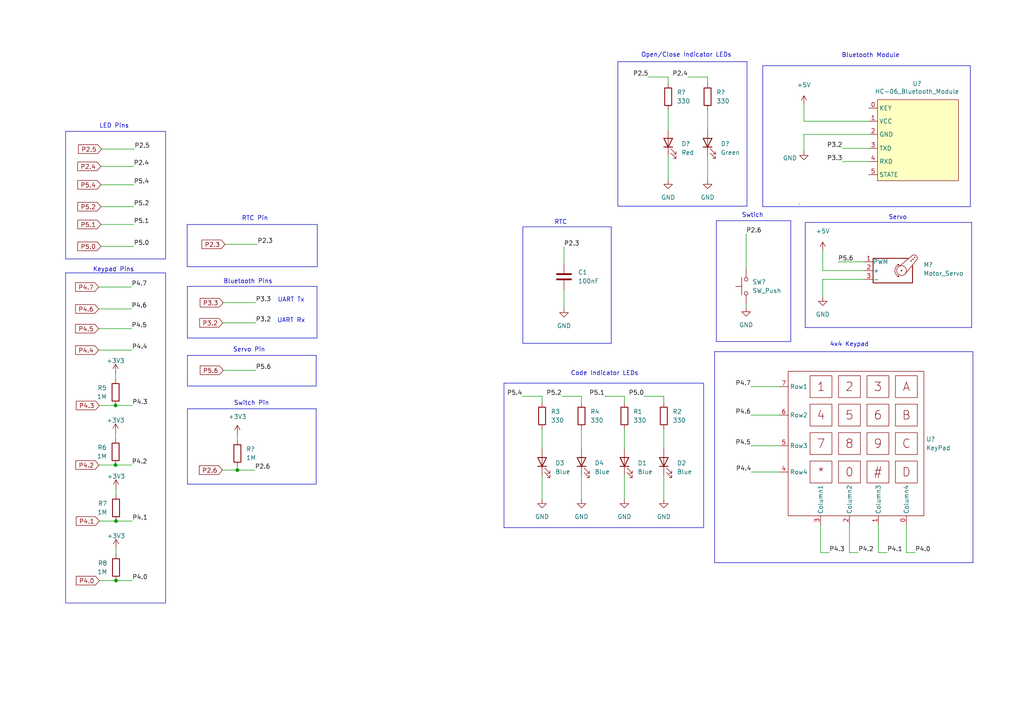
<source format=kicad_sch>
(kicad_sch (version 20230121) (generator eeschema)

  (uuid e1f8f346-d680-4c02-a353-e2351bb45f33)

  (paper "A4")

  (title_block
    (title "SmartSafe Functional Product Schematic")
    (date "2024-02-06")
    (rev "2")
    (company "ECE230 - Rose-Hulman Institute of Technology")
    (comment 1 "Author: Timothy Ausec")
  )

  (lib_symbols
    (symbol "Device:C" (pin_numbers hide) (pin_names (offset 0.254)) (in_bom yes) (on_board yes)
      (property "Reference" "C" (at 0.635 2.54 0)
        (effects (font (size 1.27 1.27)) (justify left))
      )
      (property "Value" "C" (at 0.635 -2.54 0)
        (effects (font (size 1.27 1.27)) (justify left))
      )
      (property "Footprint" "" (at 0.9652 -3.81 0)
        (effects (font (size 1.27 1.27)) hide)
      )
      (property "Datasheet" "~" (at 0 0 0)
        (effects (font (size 1.27 1.27)) hide)
      )
      (property "ki_keywords" "cap capacitor" (at 0 0 0)
        (effects (font (size 1.27 1.27)) hide)
      )
      (property "ki_description" "Unpolarized capacitor" (at 0 0 0)
        (effects (font (size 1.27 1.27)) hide)
      )
      (property "ki_fp_filters" "C_*" (at 0 0 0)
        (effects (font (size 1.27 1.27)) hide)
      )
      (symbol "C_0_1"
        (polyline
          (pts
            (xy -2.032 -0.762)
            (xy 2.032 -0.762)
          )
          (stroke (width 0.508) (type default))
          (fill (type none))
        )
        (polyline
          (pts
            (xy -2.032 0.762)
            (xy 2.032 0.762)
          )
          (stroke (width 0.508) (type default))
          (fill (type none))
        )
      )
      (symbol "C_1_1"
        (pin passive line (at 0 3.81 270) (length 2.794)
          (name "~" (effects (font (size 1.27 1.27))))
          (number "1" (effects (font (size 1.27 1.27))))
        )
        (pin passive line (at 0 -3.81 90) (length 2.794)
          (name "~" (effects (font (size 1.27 1.27))))
          (number "2" (effects (font (size 1.27 1.27))))
        )
      )
    )
    (symbol "Device:LED" (pin_numbers hide) (pin_names (offset 1.016) hide) (in_bom yes) (on_board yes)
      (property "Reference" "D" (at 0 2.54 0)
        (effects (font (size 1.27 1.27)))
      )
      (property "Value" "LED" (at 0 -2.54 0)
        (effects (font (size 1.27 1.27)))
      )
      (property "Footprint" "" (at 0 0 0)
        (effects (font (size 1.27 1.27)) hide)
      )
      (property "Datasheet" "~" (at 0 0 0)
        (effects (font (size 1.27 1.27)) hide)
      )
      (property "ki_keywords" "LED diode" (at 0 0 0)
        (effects (font (size 1.27 1.27)) hide)
      )
      (property "ki_description" "Light emitting diode" (at 0 0 0)
        (effects (font (size 1.27 1.27)) hide)
      )
      (property "ki_fp_filters" "LED* LED_SMD:* LED_THT:*" (at 0 0 0)
        (effects (font (size 1.27 1.27)) hide)
      )
      (symbol "LED_0_1"
        (polyline
          (pts
            (xy -1.27 -1.27)
            (xy -1.27 1.27)
          )
          (stroke (width 0.254) (type default))
          (fill (type none))
        )
        (polyline
          (pts
            (xy -1.27 0)
            (xy 1.27 0)
          )
          (stroke (width 0) (type default))
          (fill (type none))
        )
        (polyline
          (pts
            (xy 1.27 -1.27)
            (xy 1.27 1.27)
            (xy -1.27 0)
            (xy 1.27 -1.27)
          )
          (stroke (width 0.254) (type default))
          (fill (type none))
        )
        (polyline
          (pts
            (xy -3.048 -0.762)
            (xy -4.572 -2.286)
            (xy -3.81 -2.286)
            (xy -4.572 -2.286)
            (xy -4.572 -1.524)
          )
          (stroke (width 0) (type default))
          (fill (type none))
        )
        (polyline
          (pts
            (xy -1.778 -0.762)
            (xy -3.302 -2.286)
            (xy -2.54 -2.286)
            (xy -3.302 -2.286)
            (xy -3.302 -1.524)
          )
          (stroke (width 0) (type default))
          (fill (type none))
        )
      )
      (symbol "LED_1_1"
        (pin passive line (at -3.81 0 0) (length 2.54)
          (name "K" (effects (font (size 1.27 1.27))))
          (number "1" (effects (font (size 1.27 1.27))))
        )
        (pin passive line (at 3.81 0 180) (length 2.54)
          (name "A" (effects (font (size 1.27 1.27))))
          (number "2" (effects (font (size 1.27 1.27))))
        )
      )
    )
    (symbol "Device:R" (pin_numbers hide) (pin_names (offset 0)) (in_bom yes) (on_board yes)
      (property "Reference" "R" (at 2.032 0 90)
        (effects (font (size 1.27 1.27)))
      )
      (property "Value" "R" (at 0 0 90)
        (effects (font (size 1.27 1.27)))
      )
      (property "Footprint" "" (at -1.778 0 90)
        (effects (font (size 1.27 1.27)) hide)
      )
      (property "Datasheet" "~" (at 0 0 0)
        (effects (font (size 1.27 1.27)) hide)
      )
      (property "ki_keywords" "R res resistor" (at 0 0 0)
        (effects (font (size 1.27 1.27)) hide)
      )
      (property "ki_description" "Resistor" (at 0 0 0)
        (effects (font (size 1.27 1.27)) hide)
      )
      (property "ki_fp_filters" "R_*" (at 0 0 0)
        (effects (font (size 1.27 1.27)) hide)
      )
      (symbol "R_0_1"
        (rectangle (start -1.016 -2.54) (end 1.016 2.54)
          (stroke (width 0.254) (type default))
          (fill (type none))
        )
      )
      (symbol "R_1_1"
        (pin passive line (at 0 3.81 270) (length 1.27)
          (name "~" (effects (font (size 1.27 1.27))))
          (number "1" (effects (font (size 1.27 1.27))))
        )
        (pin passive line (at 0 -3.81 90) (length 1.27)
          (name "~" (effects (font (size 1.27 1.27))))
          (number "2" (effects (font (size 1.27 1.27))))
        )
      )
    )
    (symbol "Motor:Motor_Servo" (pin_names (offset 0.0254)) (in_bom yes) (on_board yes)
      (property "Reference" "M" (at -5.08 4.445 0)
        (effects (font (size 1.27 1.27)) (justify left))
      )
      (property "Value" "Motor_Servo" (at -5.08 -4.064 0)
        (effects (font (size 1.27 1.27)) (justify left top))
      )
      (property "Footprint" "" (at 0 -4.826 0)
        (effects (font (size 1.27 1.27)) hide)
      )
      (property "Datasheet" "http://forums.parallax.com/uploads/attachments/46831/74481.png" (at 0 -4.826 0)
        (effects (font (size 1.27 1.27)) hide)
      )
      (property "ki_keywords" "Servo Motor" (at 0 0 0)
        (effects (font (size 1.27 1.27)) hide)
      )
      (property "ki_description" "Servo Motor (Futaba, HiTec, JR connector)" (at 0 0 0)
        (effects (font (size 1.27 1.27)) hide)
      )
      (property "ki_fp_filters" "PinHeader*P2.54mm*" (at 0 0 0)
        (effects (font (size 1.27 1.27)) hide)
      )
      (symbol "Motor_Servo_0_1"
        (polyline
          (pts
            (xy 2.413 -1.778)
            (xy 2.032 -1.778)
          )
          (stroke (width 0) (type default))
          (fill (type none))
        )
        (polyline
          (pts
            (xy 2.413 -1.778)
            (xy 2.286 -1.397)
          )
          (stroke (width 0) (type default))
          (fill (type none))
        )
        (polyline
          (pts
            (xy 2.413 1.778)
            (xy 1.905 1.778)
          )
          (stroke (width 0) (type default))
          (fill (type none))
        )
        (polyline
          (pts
            (xy 2.413 1.778)
            (xy 2.286 1.397)
          )
          (stroke (width 0) (type default))
          (fill (type none))
        )
        (polyline
          (pts
            (xy 6.35 4.445)
            (xy 2.54 1.27)
          )
          (stroke (width 0) (type default))
          (fill (type none))
        )
        (polyline
          (pts
            (xy 7.62 3.175)
            (xy 4.191 -1.016)
          )
          (stroke (width 0) (type default))
          (fill (type none))
        )
        (polyline
          (pts
            (xy 5.08 3.556)
            (xy -5.08 3.556)
            (xy -5.08 -3.556)
            (xy 6.35 -3.556)
            (xy 6.35 1.524)
          )
          (stroke (width 0.254) (type default))
          (fill (type none))
        )
        (arc (start 2.413 1.778) (mid 1.2406 0) (end 2.413 -1.778)
          (stroke (width 0) (type default))
          (fill (type none))
        )
        (circle (center 3.175 0) (radius 0.1778)
          (stroke (width 0) (type default))
          (fill (type none))
        )
        (circle (center 3.175 0) (radius 1.4224)
          (stroke (width 0) (type default))
          (fill (type none))
        )
        (circle (center 5.969 2.794) (radius 0.127)
          (stroke (width 0) (type default))
          (fill (type none))
        )
        (circle (center 6.477 3.302) (radius 0.127)
          (stroke (width 0) (type default))
          (fill (type none))
        )
        (circle (center 6.985 3.81) (radius 0.127)
          (stroke (width 0) (type default))
          (fill (type none))
        )
        (arc (start 7.62 3.175) (mid 7.4485 4.2735) (end 6.35 4.445)
          (stroke (width 0) (type default))
          (fill (type none))
        )
      )
      (symbol "Motor_Servo_1_1"
        (pin passive line (at -7.62 2.54 0) (length 2.54)
          (name "PWM" (effects (font (size 1.27 1.27))))
          (number "1" (effects (font (size 1.27 1.27))))
        )
        (pin passive line (at -7.62 0 0) (length 2.54)
          (name "+" (effects (font (size 1.27 1.27))))
          (number "2" (effects (font (size 1.27 1.27))))
        )
        (pin passive line (at -7.62 -2.54 0) (length 2.54)
          (name "-" (effects (font (size 1.27 1.27))))
          (number "3" (effects (font (size 1.27 1.27))))
        )
      )
    )
    (symbol "SmartSafeLibrary:HC-06_Bluetooth_Module" (in_bom yes) (on_board yes)
      (property "Reference" "U" (at -1.27 20.32 0)
        (effects (font (size 1.27 1.27)))
      )
      (property "Value" "HC-06_Bluetooth_Module" (at -1.27 22.86 0)
        (effects (font (size 1.27 1.27)))
      )
      (property "Footprint" "" (at -1.27 9.525 0)
        (effects (font (size 1.27 1.27)) hide)
      )
      (property "Datasheet" "" (at -1.27 9.525 0)
        (effects (font (size 1.27 1.27)) hide)
      )
      (symbol "HC-06_Bluetooth_Module_0_1"
        (rectangle (start -12.065 12.065) (end 11.43 -11.43)
          (stroke (width 0) (type default))
          (fill (type background))
        )
      )
      (symbol "HC-06_Bluetooth_Module_1_1"
        (pin input line (at -9.652 -13.97 90) (length 2.54)
          (name "KEY" (effects (font (size 1.27 1.27))))
          (number "0" (effects (font (size 1.27 1.27))))
        )
        (pin input line (at -5.842 -13.97 90) (length 2.54)
          (name "VCC" (effects (font (size 1.27 1.27))))
          (number "1" (effects (font (size 1.27 1.27))))
        )
        (pin input line (at -2.032 -13.97 90) (length 2.54)
          (name "GND" (effects (font (size 1.27 1.27))))
          (number "2" (effects (font (size 1.27 1.27))))
        )
        (pin output line (at 2.032 -13.97 90) (length 2.54)
          (name "TXD" (effects (font (size 1.27 1.27))))
          (number "3" (effects (font (size 1.27 1.27))))
        )
        (pin input line (at 5.842 -13.97 90) (length 2.54)
          (name "RXD" (effects (font (size 1.27 1.27))))
          (number "4" (effects (font (size 1.27 1.27))))
        )
        (pin output line (at 9.652 -13.97 90) (length 2.54)
          (name "STATE" (effects (font (size 1.27 1.27))))
          (number "5" (effects (font (size 1.27 1.27))))
        )
      )
    )
    (symbol "SmartSafeLibrary:KeyPad" (in_bom yes) (on_board yes)
      (property "Reference" "U" (at 0 19.05 0)
        (effects (font (size 1.27 1.27)))
      )
      (property "Value" "KeyPad" (at 0 22.86 0)
        (effects (font (size 1.27 1.27)))
      )
      (property "Footprint" "" (at -1.27 -1.27 0)
        (effects (font (size 1.27 1.27)) hide)
      )
      (property "Datasheet" "" (at -1.27 -1.27 0)
        (effects (font (size 1.27 1.27)) hide)
      )
      (symbol "KeyPad_0_0"
        (text "#" (at 4.445 -12.7 0)
          (effects (font (size 2.5 2.5)))
        )
        (text "*" (at -12.065 -12.7 0)
          (effects (font (size 2.5 2.5)))
        )
        (text "0" (at -3.81 -12.7 0)
          (effects (font (size 2.5 2.5)))
        )
        (text "1" (at -12.065 12.065 0)
          (effects (font (size 2.5 2.5)))
        )
        (text "2" (at -3.81 12.065 0)
          (effects (font (size 2.5 2.5)))
        )
        (text "3" (at 4.445 12.065 0)
          (effects (font (size 2.5 2.5)))
        )
        (text "4" (at -12.065 3.81 0)
          (effects (font (size 2.5 2.5)))
        )
        (text "5" (at -3.81 3.81 0)
          (effects (font (size 2.5 2.5)))
        )
        (text "6" (at 4.445 3.81 0)
          (effects (font (size 2.5 2.5)))
        )
        (text "7" (at -12.065 -4.445 0)
          (effects (font (size 2.5 2.5)))
        )
        (text "8" (at -3.81 -4.445 0)
          (effects (font (size 2.5 2.5)))
        )
        (text "9" (at 4.445 -4.445 0)
          (effects (font (size 2.5 2.5)))
        )
        (text "A" (at 12.7 12.065 0)
          (effects (font (size 2.5 2.5)))
        )
        (text "B" (at 12.7 3.81 0)
          (effects (font (size 2.5 2.5)))
        )
        (text "C" (at 12.7 -4.445 0)
          (effects (font (size 2.5 2.5)))
        )
        (text "D" (at 12.7 -12.7 0)
          (effects (font (size 2.5 2.5)))
        )
      )
      (symbol "KeyPad_0_1"
        (rectangle (start -21.59 16.51) (end 17.78 -25.4)
          (stroke (width 0) (type default))
          (fill (type none))
        )
        (rectangle (start -15.24 -9.525) (end -8.89 -15.875)
          (stroke (width 0) (type default))
          (fill (type none))
        )
        (rectangle (start -15.24 -1.27) (end -8.89 -7.62)
          (stroke (width 0) (type default))
          (fill (type none))
        )
        (rectangle (start -15.24 6.985) (end -8.89 0.635)
          (stroke (width 0) (type default))
          (fill (type none))
        )
        (rectangle (start -15.24 15.24) (end -8.89 8.89)
          (stroke (width 0) (type default))
          (fill (type none))
        )
        (rectangle (start -6.985 -9.525) (end -0.635 -15.875)
          (stroke (width 0) (type default))
          (fill (type none))
        )
        (rectangle (start -6.985 -1.27) (end -0.635 -7.62)
          (stroke (width 0) (type default))
          (fill (type none))
        )
        (rectangle (start -6.985 6.985) (end -0.635 0.635)
          (stroke (width 0) (type default))
          (fill (type none))
        )
        (rectangle (start -6.985 15.24) (end -0.635 8.89)
          (stroke (width 0) (type default))
          (fill (type none))
        )
        (rectangle (start 1.27 -9.525) (end 7.62 -15.875)
          (stroke (width 0) (type default))
          (fill (type none))
        )
        (rectangle (start 1.27 -1.27) (end 7.62 -7.62)
          (stroke (width 0) (type default))
          (fill (type none))
        )
        (rectangle (start 1.27 6.985) (end 7.62 0.635)
          (stroke (width 0) (type default))
          (fill (type none))
        )
        (rectangle (start 1.27 15.24) (end 7.62 8.89)
          (stroke (width 0) (type default))
          (fill (type none))
        )
        (rectangle (start 9.525 -9.525) (end 15.875 -15.875)
          (stroke (width 0) (type default))
          (fill (type none))
        )
        (rectangle (start 9.525 -1.27) (end 15.875 -7.62)
          (stroke (width 0) (type default))
          (fill (type none))
        )
        (rectangle (start 9.525 6.985) (end 15.875 0.635)
          (stroke (width 0) (type default))
          (fill (type none))
        )
        (rectangle (start 9.525 15.24) (end 15.875 8.89)
          (stroke (width 0) (type default))
          (fill (type none))
        )
      )
      (symbol "KeyPad_1_1"
        (pin output line (at 12.7 -27.94 90) (length 2.54)
          (name "Column4" (effects (font (size 1.27 1.27))))
          (number "0" (effects (font (size 1.27 1.27))))
        )
        (pin output line (at 4.572 -27.94 90) (length 2.54)
          (name "Column3" (effects (font (size 1.27 1.27))))
          (number "1" (effects (font (size 1.27 1.27))))
        )
        (pin output line (at -3.81 -27.94 90) (length 2.54)
          (name "Column2" (effects (font (size 1.27 1.27))))
          (number "2" (effects (font (size 1.27 1.27))))
        )
        (pin output line (at -12.192 -27.94 90) (length 2.54)
          (name "Column1" (effects (font (size 1.27 1.27))))
          (number "3" (effects (font (size 1.27 1.27))))
        )
        (pin input line (at -24.13 -12.7 0) (length 2.54)
          (name "Row4" (effects (font (size 1.27 1.27))))
          (number "4" (effects (font (size 1.27 1.27))))
        )
        (pin input line (at -24.13 -5.08 0) (length 2.54)
          (name "Row3" (effects (font (size 1.27 1.27))))
          (number "5" (effects (font (size 1.27 1.27))))
        )
        (pin input line (at -24.13 3.81 0) (length 2.54)
          (name "Row2" (effects (font (size 1.27 1.27))))
          (number "6" (effects (font (size 1.27 1.27))))
        )
        (pin input line (at -24.13 12.065 0) (length 2.54)
          (name "Row1" (effects (font (size 1.27 1.27))))
          (number "7" (effects (font (size 1.27 1.27))))
        )
      )
    )
    (symbol "Switch:SW_Push" (pin_numbers hide) (pin_names (offset 1.016) hide) (in_bom yes) (on_board yes)
      (property "Reference" "SW" (at 1.27 2.54 0)
        (effects (font (size 1.27 1.27)) (justify left))
      )
      (property "Value" "SW_Push" (at 0 -1.524 0)
        (effects (font (size 1.27 1.27)))
      )
      (property "Footprint" "" (at 0 5.08 0)
        (effects (font (size 1.27 1.27)) hide)
      )
      (property "Datasheet" "~" (at 0 5.08 0)
        (effects (font (size 1.27 1.27)) hide)
      )
      (property "ki_keywords" "switch normally-open pushbutton push-button" (at 0 0 0)
        (effects (font (size 1.27 1.27)) hide)
      )
      (property "ki_description" "Push button switch, generic, two pins" (at 0 0 0)
        (effects (font (size 1.27 1.27)) hide)
      )
      (symbol "SW_Push_0_1"
        (circle (center -2.032 0) (radius 0.508)
          (stroke (width 0) (type default))
          (fill (type none))
        )
        (polyline
          (pts
            (xy 0 1.27)
            (xy 0 3.048)
          )
          (stroke (width 0) (type default))
          (fill (type none))
        )
        (polyline
          (pts
            (xy 2.54 1.27)
            (xy -2.54 1.27)
          )
          (stroke (width 0) (type default))
          (fill (type none))
        )
        (circle (center 2.032 0) (radius 0.508)
          (stroke (width 0) (type default))
          (fill (type none))
        )
        (pin passive line (at -5.08 0 0) (length 2.54)
          (name "1" (effects (font (size 1.27 1.27))))
          (number "1" (effects (font (size 1.27 1.27))))
        )
        (pin passive line (at 5.08 0 180) (length 2.54)
          (name "2" (effects (font (size 1.27 1.27))))
          (number "2" (effects (font (size 1.27 1.27))))
        )
      )
    )
    (symbol "power:+3V3" (power) (pin_names (offset 0)) (in_bom yes) (on_board yes)
      (property "Reference" "#PWR" (at 0 -3.81 0)
        (effects (font (size 1.27 1.27)) hide)
      )
      (property "Value" "+3V3" (at 0 3.556 0)
        (effects (font (size 1.27 1.27)))
      )
      (property "Footprint" "" (at 0 0 0)
        (effects (font (size 1.27 1.27)) hide)
      )
      (property "Datasheet" "" (at 0 0 0)
        (effects (font (size 1.27 1.27)) hide)
      )
      (property "ki_keywords" "power-flag" (at 0 0 0)
        (effects (font (size 1.27 1.27)) hide)
      )
      (property "ki_description" "Power symbol creates a global label with name \"+3V3\"" (at 0 0 0)
        (effects (font (size 1.27 1.27)) hide)
      )
      (symbol "+3V3_0_1"
        (polyline
          (pts
            (xy -0.762 1.27)
            (xy 0 2.54)
          )
          (stroke (width 0) (type default))
          (fill (type none))
        )
        (polyline
          (pts
            (xy 0 0)
            (xy 0 2.54)
          )
          (stroke (width 0) (type default))
          (fill (type none))
        )
        (polyline
          (pts
            (xy 0 2.54)
            (xy 0.762 1.27)
          )
          (stroke (width 0) (type default))
          (fill (type none))
        )
      )
      (symbol "+3V3_1_1"
        (pin power_in line (at 0 0 90) (length 0) hide
          (name "+3V3" (effects (font (size 1.27 1.27))))
          (number "1" (effects (font (size 1.27 1.27))))
        )
      )
    )
    (symbol "power:+5V" (power) (pin_names (offset 0)) (in_bom yes) (on_board yes)
      (property "Reference" "#PWR" (at 0 -3.81 0)
        (effects (font (size 1.27 1.27)) hide)
      )
      (property "Value" "+5V" (at 0 3.556 0)
        (effects (font (size 1.27 1.27)))
      )
      (property "Footprint" "" (at 0 0 0)
        (effects (font (size 1.27 1.27)) hide)
      )
      (property "Datasheet" "" (at 0 0 0)
        (effects (font (size 1.27 1.27)) hide)
      )
      (property "ki_keywords" "power-flag" (at 0 0 0)
        (effects (font (size 1.27 1.27)) hide)
      )
      (property "ki_description" "Power symbol creates a global label with name \"+5V\"" (at 0 0 0)
        (effects (font (size 1.27 1.27)) hide)
      )
      (symbol "+5V_0_1"
        (polyline
          (pts
            (xy -0.762 1.27)
            (xy 0 2.54)
          )
          (stroke (width 0) (type default))
          (fill (type none))
        )
        (polyline
          (pts
            (xy 0 0)
            (xy 0 2.54)
          )
          (stroke (width 0) (type default))
          (fill (type none))
        )
        (polyline
          (pts
            (xy 0 2.54)
            (xy 0.762 1.27)
          )
          (stroke (width 0) (type default))
          (fill (type none))
        )
      )
      (symbol "+5V_1_1"
        (pin power_in line (at 0 0 90) (length 0) hide
          (name "+5V" (effects (font (size 1.27 1.27))))
          (number "1" (effects (font (size 1.27 1.27))))
        )
      )
    )
    (symbol "power:GND" (power) (pin_names (offset 0)) (in_bom yes) (on_board yes)
      (property "Reference" "#PWR" (at 0 -6.35 0)
        (effects (font (size 1.27 1.27)) hide)
      )
      (property "Value" "GND" (at 0 -3.81 0)
        (effects (font (size 1.27 1.27)))
      )
      (property "Footprint" "" (at 0 0 0)
        (effects (font (size 1.27 1.27)) hide)
      )
      (property "Datasheet" "" (at 0 0 0)
        (effects (font (size 1.27 1.27)) hide)
      )
      (property "ki_keywords" "power-flag" (at 0 0 0)
        (effects (font (size 1.27 1.27)) hide)
      )
      (property "ki_description" "Power symbol creates a global label with name \"GND\" , ground" (at 0 0 0)
        (effects (font (size 1.27 1.27)) hide)
      )
      (symbol "GND_0_1"
        (polyline
          (pts
            (xy 0 0)
            (xy 0 -1.27)
            (xy 1.27 -1.27)
            (xy 0 -2.54)
            (xy -1.27 -1.27)
            (xy 0 -1.27)
          )
          (stroke (width 0) (type default))
          (fill (type none))
        )
      )
      (symbol "GND_1_1"
        (pin power_in line (at 0 0 270) (length 0) hide
          (name "GND" (effects (font (size 1.27 1.27))))
          (number "1" (effects (font (size 1.27 1.27))))
        )
      )
    )
  )

  (junction (at 33.528 134.874) (diameter 0) (color 0 0 0 0)
    (uuid 31cdb840-1824-40f2-b743-6165e927b514)
  )
  (junction (at 68.846 136.351) (diameter 0) (color 0 0 0 0)
    (uuid adbe404d-49d5-40b3-9fa5-1d0a76a095d9)
  )
  (junction (at 33.655 151.13) (diameter 0) (color 0 0 0 0)
    (uuid b0644412-56fe-46b5-a131-bf62981f2f34)
  )
  (junction (at 33.528 117.602) (diameter 0) (color 0 0 0 0)
    (uuid dd04a04a-b88a-4544-8ec9-9a9f2d45cc3f)
  )
  (junction (at 33.655 168.402) (diameter 0) (color 0 0 0 0)
    (uuid ed1d4635-cde2-4ade-8aca-fd09f7ed8c1b)
  )

  (wire (pts (xy 33.655 168.402) (xy 38.354 168.402))
    (stroke (width 0) (type default))
    (uuid 028b5225-b444-4f7c-ba0f-4f30c8309a12)
  )
  (polyline (pts (xy 207.772 64.008) (xy 229.362 64.008))
    (stroke (width 0) (type default))
    (uuid 035e5d02-b7b2-420d-8d18-6d23d9a0b38d)
  )

  (wire (pts (xy 29.475 43.25) (xy 39 43.25))
    (stroke (width 0) (type default))
    (uuid 04816266-7021-48b4-8cec-e50978f703d3)
  )
  (wire (pts (xy 217.805 120.396) (xy 226.06 120.396))
    (stroke (width 0) (type default))
    (uuid 0537aad0-84de-485f-bff1-710e45555572)
  )
  (wire (pts (xy 68.846 125.937) (xy 68.846 127.715))
    (stroke (width 0) (type default))
    (uuid 07c5598f-712c-4afd-a653-6edbeff3e84d)
  )
  (wire (pts (xy 68.846 135.335) (xy 68.846 136.351))
    (stroke (width 0) (type default))
    (uuid 0d715f8f-3899-4fb9-99e0-7b9bc2adda2a)
  )
  (polyline (pts (xy 216.658 59.804) (xy 179.193 59.804))
    (stroke (width 0) (type default))
    (uuid 0f1d92d7-89d7-4d50-9001-ac52015838e2)
  )

  (wire (pts (xy 192.532 137.795) (xy 192.532 144.78))
    (stroke (width 0) (type default))
    (uuid 1191aa61-132c-41f8-a1be-0cc7ff21c9a3)
  )
  (polyline (pts (xy 54.352 83.056) (xy 91.944 83.056))
    (stroke (width 0) (type default))
    (uuid 14a1f5b6-ac4f-4e23-b4aa-bd92ef952753)
  )

  (wire (pts (xy 29.275 59.95) (xy 38.8 59.95))
    (stroke (width 0) (type default))
    (uuid 1b825dfd-4a63-4cca-91fc-e5b7c5517084)
  )
  (wire (pts (xy 68.846 136.351) (xy 73.926 136.351))
    (stroke (width 0) (type default))
    (uuid 1c4c10f5-1e7f-4453-9209-3e3c6c08a636)
  )
  (wire (pts (xy 28.829 168.402) (xy 33.655 168.402))
    (stroke (width 0) (type default))
    (uuid 1d9cfada-6ff2-4b26-90cc-1341b1b35c4c)
  )
  (wire (pts (xy 262.89 160.274) (xy 265.43 160.274))
    (stroke (width 0) (type default))
    (uuid 1da6866a-b71d-4eea-92b7-1230333a03a1)
  )
  (wire (pts (xy 238.633 78.486) (xy 238.633 72.771))
    (stroke (width 0) (type default))
    (uuid 2154997f-ac79-45f4-9b1a-c911d8a390f7)
  )
  (polyline (pts (xy 203.962 153.035) (xy 146.177 153.035))
    (stroke (width 0) (type default))
    (uuid 23ccf0e5-cdff-4b7b-8e33-6f12493b052e)
  )
  (polyline (pts (xy 229.362 99.06) (xy 207.772 99.06))
    (stroke (width 0) (type default))
    (uuid 2a7225dc-5a32-44bb-b00e-90e516d7cb66)
  )

  (wire (pts (xy 205.228 22.339) (xy 199.513 22.339))
    (stroke (width 0) (type default))
    (uuid 2aaf0887-571d-42e3-911e-92e9d1a12653)
  )
  (wire (pts (xy 28.623 83.258) (xy 38.148 83.258))
    (stroke (width 0) (type default))
    (uuid 2c7ebb73-2e9a-4444-ac6a-42ba9a221126)
  )
  (wire (pts (xy 192.532 116.84) (xy 192.532 114.935))
    (stroke (width 0) (type default))
    (uuid 2cebbd40-31f3-4d82-931f-feef0b2ad555)
  )
  (polyline (pts (xy 282.198 101.994) (xy 207.268 101.994))
    (stroke (width 0) (type default))
    (uuid 31d3d869-2ec6-41a5-bf4f-00e4cd49a31e)
  )

  (wire (pts (xy 33.528 117.602) (xy 38.354 117.602))
    (stroke (width 0) (type default))
    (uuid 3709cfc4-6cfc-4212-abca-e6a37a5b5f55)
  )
  (wire (pts (xy 33.655 159.004) (xy 33.655 160.782))
    (stroke (width 0) (type default))
    (uuid 3923470e-f420-466c-96b5-21b1739b81de)
  )
  (wire (pts (xy 217.805 129.286) (xy 226.06 129.286))
    (stroke (width 0) (type default))
    (uuid 393be1ed-f22a-4b3b-bd08-5913d1086fe8)
  )
  (wire (pts (xy 33.528 108.204) (xy 33.528 109.982))
    (stroke (width 0) (type default))
    (uuid 3d0d2dfc-f19b-4167-9cee-279c52e11adb)
  )
  (polyline (pts (xy 233.553 64.516) (xy 233.553 94.996))
    (stroke (width 0) (type default))
    (uuid 3ec334f7-71fa-4573-8cb5-fe03685ba642)
  )

  (wire (pts (xy 246.38 152.146) (xy 246.38 160.274))
    (stroke (width 0) (type default))
    (uuid 3edcf5b0-70a1-436e-9c54-0c373bbb0644)
  )
  (polyline (pts (xy 91.706 118.571) (xy 91.706 140.415))
    (stroke (width 0) (type default))
    (uuid 4755e762-c4f2-4ce2-972b-1937a74a9707)
  )

  (wire (pts (xy 193.798 31.864) (xy 193.798 37.579))
    (stroke (width 0) (type default))
    (uuid 48fdee94-5440-4b8a-8478-cbb066fbc8fb)
  )
  (wire (pts (xy 64.762 87.79) (xy 74.16 87.79))
    (stroke (width 0) (type default))
    (uuid 4a839718-8521-49b8-ae0a-82e1b5101169)
  )
  (wire (pts (xy 216.408 67.818) (xy 216.408 77.978))
    (stroke (width 0) (type default))
    (uuid 4ad90dea-a604-4301-9040-d58594e500a9)
  )
  (polyline (pts (xy 146.177 153.035) (xy 146.177 111.125))
    (stroke (width 0) (type default))
    (uuid 4c6cf8b0-c56a-400d-98d5-b2c3fa2ef8ba)
  )

  (wire (pts (xy 29.25 48.25) (xy 38.775 48.25))
    (stroke (width 0) (type default))
    (uuid 4ce8dc02-5a7a-4696-9fbd-14239735473b)
  )
  (wire (pts (xy 64.782 107.395) (xy 74.18 107.395))
    (stroke (width 0) (type default))
    (uuid 4dba81a4-fc14-4a8f-ac8c-091426463f10)
  )
  (wire (pts (xy 233.168 35.166) (xy 251.964 35.166))
    (stroke (width 0) (type default))
    (uuid 4dc41c4a-2c89-46da-9391-d942132924a8)
  )
  (polyline (pts (xy 54.368 140.415) (xy 54.368 118.571))
    (stroke (width 0) (type default))
    (uuid 4e1b417c-bbc4-45e0-97e8-f82565e0daf9)
  )

  (wire (pts (xy 217.805 112.141) (xy 226.06 112.141))
    (stroke (width 0) (type default))
    (uuid 4f8d3ca6-d2a2-45a2-afdf-b3312d415d3c)
  )
  (wire (pts (xy 254.762 160.274) (xy 257.302 160.274))
    (stroke (width 0) (type default))
    (uuid 5327939d-571b-4886-88a2-90639fd695c5)
  )
  (polyline (pts (xy 146.177 111.125) (xy 203.962 111.125))
    (stroke (width 0) (type default))
    (uuid 551b55e4-9662-4e52-84bb-f816466051b1)
  )

  (wire (pts (xy 168.656 116.84) (xy 168.656 114.935))
    (stroke (width 0) (type default))
    (uuid 5771a918-146d-49b7-9226-bbb222735d64)
  )
  (wire (pts (xy 28.829 117.602) (xy 33.528 117.602))
    (stroke (width 0) (type default))
    (uuid 58ae8dfe-c1c7-4f18-ba9d-20087519af77)
  )
  (polyline (pts (xy 281.813 94.996) (xy 281.813 64.516))
    (stroke (width 0) (type default))
    (uuid 5a767bfe-1c04-4a4e-bd3c-4828c68a5ee1)
  )

  (wire (pts (xy 168.656 114.935) (xy 162.941 114.935))
    (stroke (width 0) (type default))
    (uuid 613eb67a-d150-4a9f-9d78-41e36847884c)
  )
  (polyline (pts (xy 91.944 98.042) (xy 54.352 98.042))
    (stroke (width 0) (type default))
    (uuid 6c80654a-0c8d-4862-bb87-c5c78d5edd43)
  )

  (wire (pts (xy 254.762 152.146) (xy 254.762 160.274))
    (stroke (width 0) (type default))
    (uuid 706892ef-2a66-4083-b15f-06967dfc92ac)
  )
  (polyline (pts (xy 233.553 94.996) (xy 281.813 94.996))
    (stroke (width 0) (type default))
    (uuid 729dbc2b-95df-4bfa-af5b-9c735fcbe705)
  )

  (wire (pts (xy 33.528 125.476) (xy 33.528 127.254))
    (stroke (width 0) (type default))
    (uuid 738bffd3-2b09-4d95-8c27-3b74b4c0624f)
  )
  (wire (pts (xy 33.655 141.732) (xy 33.655 143.51))
    (stroke (width 0) (type default))
    (uuid 73add04f-303e-4a93-a818-c987bdb5e011)
  )
  (wire (pts (xy 193.798 22.339) (xy 188.083 22.339))
    (stroke (width 0) (type default))
    (uuid 745118d3-fce5-4133-92c1-30d3d9885ed6)
  )
  (wire (pts (xy 246.38 160.274) (xy 248.92 160.274))
    (stroke (width 0) (type default))
    (uuid 75b27156-e406-4b35-9089-f4507925f31d)
  )
  (wire (pts (xy 181.102 114.935) (xy 175.387 114.935))
    (stroke (width 0) (type default))
    (uuid 7b440ce7-31ba-4e7a-a9ef-3afd33a3fd54)
  )
  (wire (pts (xy 233.168 35.166) (xy 233.168 30.34))
    (stroke (width 0) (type default))
    (uuid 7b5ff5c6-0aa4-4855-afda-bc2fa486babe)
  )
  (wire (pts (xy 250.698 78.486) (xy 238.633 78.486))
    (stroke (width 0) (type default))
    (uuid 7c7b1a22-e5cd-4044-ab43-8fbb6a5ab6b4)
  )
  (polyline (pts (xy 54.368 103.077) (xy 54.368 111.967))
    (stroke (width 0) (type default))
    (uuid 7cbf1cfc-cf0b-4528-87d0-23e4a22bed53)
  )

  (wire (pts (xy 181.102 124.46) (xy 181.102 130.175))
    (stroke (width 0) (type default))
    (uuid 7fa66c69-fe5d-498f-b7d0-fd718ff6b023)
  )
  (wire (pts (xy 250.698 81.026) (xy 238.633 81.026))
    (stroke (width 0) (type default))
    (uuid 836315fc-5194-4ce0-b135-d9ba6d00d11a)
  )
  (polyline (pts (xy 282.198 163.208) (xy 282.198 101.981))
    (stroke (width 0) (type default))
    (uuid 87e7885f-865a-4ce2-b607-a3e6ae2af30c)
  )

  (wire (pts (xy 193.798 24.244) (xy 193.798 22.339))
    (stroke (width 0) (type default))
    (uuid 8a856e4c-c404-464b-bcfd-1d8ef47efcc3)
  )
  (polyline (pts (xy 91.944 83.056) (xy 91.944 98.042))
    (stroke (width 0) (type default))
    (uuid 8b0af4e7-b23b-4907-9eb1-e0eb04019f76)
  )

  (wire (pts (xy 192.532 114.935) (xy 186.817 114.935))
    (stroke (width 0) (type default))
    (uuid 8e69404f-b92c-472a-9ee3-0a6085891349)
  )
  (wire (pts (xy 157.226 114.935) (xy 151.511 114.935))
    (stroke (width 0) (type default))
    (uuid 8edf4105-09ea-4f95-9f1e-e907da4a4a45)
  )
  (wire (pts (xy 205.228 31.864) (xy 205.228 37.579))
    (stroke (width 0) (type default))
    (uuid 8f104a21-3cb4-4178-bf8b-ee580114a7d5)
  )
  (wire (pts (xy 163.576 71.628) (xy 163.576 76.454))
    (stroke (width 0) (type default))
    (uuid 904dd69e-c903-4873-9836-248f690b703e)
  )
  (wire (pts (xy 243.078 75.946) (xy 250.698 75.946))
    (stroke (width 0) (type default))
    (uuid 921c579e-6e76-48a7-8ab5-e4c53b319a10)
  )
  (wire (pts (xy 181.102 116.84) (xy 181.102 114.935))
    (stroke (width 0) (type default))
    (uuid 9918a5c6-d9f7-4b0f-a11c-d2ead1530b94)
  )
  (wire (pts (xy 29.275 65.1) (xy 38.8 65.1))
    (stroke (width 0) (type default))
    (uuid 9daf2d1b-540e-49b0-86ea-2040c2df2f7b)
  )
  (polyline (pts (xy 179.193 17.894) (xy 216.658 17.894))
    (stroke (width 0) (type default))
    (uuid 9e3bf360-556b-4c5b-ba0b-f74d4210f360)
  )

  (wire (pts (xy 217.932 136.906) (xy 226.06 136.906))
    (stroke (width 0) (type default))
    (uuid a0f8c15b-4790-4ffe-8dfd-db66dfd4d253)
  )
  (wire (pts (xy 28.829 151.13) (xy 33.655 151.13))
    (stroke (width 0) (type default))
    (uuid a3a75633-f39c-485b-9e1d-623c9143ee21)
  )
  (polyline (pts (xy 281.813 64.516) (xy 233.553 64.516))
    (stroke (width 0) (type default))
    (uuid a463c5d3-42f7-4b5f-836d-a23fb1abf821)
  )
  (polyline (pts (xy 231.902 59.296) (xy 231.902 59.182))
    (stroke (width 0) (type default))
    (uuid a57b0555-b463-48e5-960e-bcda63f1c099)
  )

  (wire (pts (xy 238.633 81.026) (xy 238.633 86.106))
    (stroke (width 0) (type default))
    (uuid a595bf66-2c8c-448d-b01e-38c707c4635d)
  )
  (wire (pts (xy 244.344 46.85) (xy 251.964 46.85))
    (stroke (width 0) (type default))
    (uuid a6043ffa-a2ea-432a-b60f-b0f8cd21f7ed)
  )
  (wire (pts (xy 28.623 95.323) (xy 38.148 95.323))
    (stroke (width 0) (type default))
    (uuid a6647e3d-05d1-41e0-a8b2-98d4fd956430)
  )
  (polyline (pts (xy 91.706 140.415) (xy 54.368 140.415))
    (stroke (width 0) (type default))
    (uuid a7a77c98-8d78-449c-9713-2de5bdc323c5)
  )
  (polyline (pts (xy 229.362 64.008) (xy 229.362 99.06))
    (stroke (width 0) (type default))
    (uuid a97d12e8-19d9-4d38-a371-b1c68386cc1b)
  )

  (wire (pts (xy 28.702 134.874) (xy 33.528 134.874))
    (stroke (width 0) (type default))
    (uuid ad50fbcc-dad9-4db3-8ae2-225265895f33)
  )
  (polyline (pts (xy 54.368 111.967) (xy 91.706 111.967))
    (stroke (width 0) (type default))
    (uuid aeeb3e9b-7f10-497b-b7c3-96ce0d020c71)
  )

  (wire (pts (xy 237.998 160.274) (xy 240.538 160.274))
    (stroke (width 0) (type default))
    (uuid b08b0215-9c68-4f7d-a78d-f15dc26981d9)
  )
  (polyline (pts (xy 216.658 17.894) (xy 216.658 59.804))
    (stroke (width 0) (type default))
    (uuid b0d9cbaf-3c72-48da-a9a8-80b58a23da08)
  )

  (wire (pts (xy 28.623 89.608) (xy 38.148 89.608))
    (stroke (width 0) (type default))
    (uuid b1cf2dfc-f984-4f79-8367-8d7f869195d6)
  )
  (polyline (pts (xy 54.352 98.042) (xy 54.352 83.056))
    (stroke (width 0) (type default))
    (uuid b56cd7ed-e331-4a01-b099-afe02119db05)
  )

  (wire (pts (xy 29.275 71.45) (xy 38.8 71.45))
    (stroke (width 0) (type default))
    (uuid b660115f-23c8-4cdf-bc15-f8e56ad7a28b)
  )
  (wire (pts (xy 205.228 45.199) (xy 205.228 52.184))
    (stroke (width 0) (type default))
    (uuid bc054923-0b76-4d75-adbe-32df7a79d339)
  )
  (wire (pts (xy 193.798 45.199) (xy 193.798 52.184))
    (stroke (width 0) (type default))
    (uuid bd03515c-807a-4415-a8cc-2d17c1ceec66)
  )
  (polyline (pts (xy 204.089 111.125) (xy 204.089 153.035))
    (stroke (width 0) (type default))
    (uuid c0315ee6-8d9e-40b3-831b-299acffaf240)
  )

  (wire (pts (xy 244.344 43.04) (xy 251.964 43.04))
    (stroke (width 0) (type default))
    (uuid c76c2e6c-02d4-4b96-a198-28f09b3c7c14)
  )
  (wire (pts (xy 64.635 93.632) (xy 74.16 93.632))
    (stroke (width 0) (type default))
    (uuid c7c656e0-3b25-47db-9d68-5bb884f417d3)
  )
  (polyline (pts (xy 54.368 103.077) (xy 91.706 103.077))
    (stroke (width 0) (type default))
    (uuid cb3a17bb-7087-4d0f-b154-e85e5e99fd86)
  )

  (wire (pts (xy 157.226 116.84) (xy 157.226 114.935))
    (stroke (width 0) (type default))
    (uuid cbcb8a32-7e68-40b6-a0d5-6b9a04a2c1d8)
  )
  (wire (pts (xy 168.656 124.46) (xy 168.656 130.175))
    (stroke (width 0) (type default))
    (uuid d0967f3b-1191-4154-b8d1-483a46a31f52)
  )
  (wire (pts (xy 233.168 38.976) (xy 251.964 38.976))
    (stroke (width 0) (type default))
    (uuid d2025c07-e01a-46e7-a0bf-1356cd01e960)
  )
  (wire (pts (xy 192.532 124.46) (xy 192.532 130.175))
    (stroke (width 0) (type default))
    (uuid d38fe13f-ed12-443d-add6-855a5c12988c)
  )
  (wire (pts (xy 216.408 88.138) (xy 216.408 89.154))
    (stroke (width 0) (type default))
    (uuid d8726455-f2c8-4864-93e0-69a44cc6b063)
  )
  (wire (pts (xy 157.226 124.46) (xy 157.226 130.175))
    (stroke (width 0) (type default))
    (uuid dbd7e714-610a-4a0c-b4ac-7c8cd9082ca8)
  )
  (polyline (pts (xy 91.706 111.967) (xy 91.706 103.077))
    (stroke (width 0) (type default))
    (uuid dc56b6fc-9948-45f6-8fff-77882d0cb0dd)
  )

  (wire (pts (xy 28.623 101.546) (xy 38.275 101.546))
    (stroke (width 0) (type default))
    (uuid dd1e2a48-be1d-4cbc-acd7-779889252150)
  )
  (wire (pts (xy 29.275 53.6) (xy 38.8 53.6))
    (stroke (width 0) (type default))
    (uuid ddc3e8ef-cdfc-49f9-b942-1ecbc3fbfb5d)
  )
  (wire (pts (xy 65.278 70.866) (xy 74.676 70.866))
    (stroke (width 0) (type default))
    (uuid e1fd7f26-18c9-45c7-b9bc-e557f24b4a8c)
  )
  (wire (pts (xy 237.998 152.146) (xy 237.998 160.274))
    (stroke (width 0) (type default))
    (uuid e20b2b10-d10f-4d2b-b12d-416f11373524)
  )
  (wire (pts (xy 168.656 137.795) (xy 168.656 144.78))
    (stroke (width 0) (type default))
    (uuid e4386d9e-2eb2-4bea-a64e-c110a4aedb61)
  )
  (wire (pts (xy 205.228 24.244) (xy 205.228 22.339))
    (stroke (width 0) (type default))
    (uuid e54bd4e0-2ec5-430c-85d5-8eecd231e788)
  )
  (polyline (pts (xy 207.772 64.008) (xy 207.772 99.06))
    (stroke (width 0) (type default))
    (uuid ec9ef46e-6ea7-495e-809f-b8b73169f0c8)
  )

  (wire (pts (xy 33.528 134.874) (xy 38.227 134.874))
    (stroke (width 0) (type default))
    (uuid ef081e15-371c-458f-9d23-9c12792f94bb)
  )
  (wire (pts (xy 181.102 137.795) (xy 181.102 144.78))
    (stroke (width 0) (type default))
    (uuid f03f06ba-ee0f-4d9b-a5db-4824805abdf9)
  )
  (polyline (pts (xy 54.368 118.571) (xy 91.706 118.571))
    (stroke (width 0) (type default))
    (uuid f12296af-131e-4da5-b635-ce05d37f2632)
  )

  (wire (pts (xy 64.528 136.351) (xy 68.846 136.351))
    (stroke (width 0) (type default))
    (uuid f1568273-60b5-421d-8ae1-1dacbaa0006d)
  )
  (polyline (pts (xy 179.193 59.804) (xy 179.193 17.894))
    (stroke (width 0) (type default))
    (uuid f190a9fe-9fbe-4e92-a283-3cbadc5c84c5)
  )

  (wire (pts (xy 33.655 151.13) (xy 38.354 151.13))
    (stroke (width 0) (type default))
    (uuid f4d3c08e-727d-48b8-bc01-d341f4b2577a)
  )
  (wire (pts (xy 163.576 84.074) (xy 163.576 89.408))
    (stroke (width 0) (type default))
    (uuid f95f1a88-5d39-44b8-84ed-e44b23c90c1b)
  )
  (wire (pts (xy 262.89 152.146) (xy 262.89 160.274))
    (stroke (width 0) (type default))
    (uuid fa5d3b6e-d6eb-45ca-bc5f-676cea742431)
  )
  (polyline (pts (xy 207.268 163.208) (xy 282.198 163.208))
    (stroke (width 0) (type default))
    (uuid fc3a9321-b784-44d9-872b-6ca5c9f0bc7d)
  )
  (polyline (pts (xy 207.268 101.981) (xy 207.268 163.208))
    (stroke (width 0) (type default))
    (uuid fd81a008-d09d-4951-ada5-521200df4299)
  )

  (wire (pts (xy 157.226 137.795) (xy 157.226 144.78))
    (stroke (width 0) (type default))
    (uuid fde4d330-5f9f-4873-91bb-b705b1822edb)
  )
  (wire (pts (xy 233.168 38.976) (xy 233.168 43.802))
    (stroke (width 0) (type default))
    (uuid fe8c68f7-2dbb-48b6-bc44-1cfc2a4d9e3e)
  )

  (rectangle (start 54.278 65.116) (end 92.028 77.366)
    (stroke (width 0) (type default))
    (fill (type none))
    (uuid 3ef0435f-8631-4e12-9586-eb66d9a417d3)
  )
  (rectangle (start 221.234 19.05) (end 281.432 59.944)
    (stroke (width 0) (type default))
    (fill (type none))
    (uuid 428bc295-27cd-4fd5-a054-c274e60a1496)
  )
  (rectangle (start 151.638 65.786) (end 177.292 99.568)
    (stroke (width 0) (type default))
    (fill (type none))
    (uuid 69dc7c04-47d0-4cb1-8734-2fda4c8245e8)
  )
  (rectangle (start 19.025 38.1) (end 48.025 75.1)
    (stroke (width 0) (type default))
    (fill (type none))
    (uuid dc82b38c-5741-48d1-8a10-24a077446d85)
  )
  (rectangle (start 48.025 79.15) (end 19.025 174.9)
    (stroke (width 0) (type default))
    (fill (type none))
    (uuid e61d684a-2e5c-409a-a4a2-b4453e60daba)
  )

  (text "Open/Close Indicator LEDs" (at 185.928 16.764 0)
    (effects (font (size 1.27 1.27)) (justify left bottom))
    (uuid 3bd1ccbc-ed41-4a67-bc11-7f6bda6dd5b5)
  )
  (text "RTC Pin" (at 70.096 64.168 0)
    (effects (font (size 1.27 1.27)) (justify left bottom))
    (uuid 3bf47a0e-08eb-414d-a007-dd72f8afd6f9)
  )
  (text "UART Tx" (at 80.51 87.79 0)
    (effects (font (size 1.27 1.27)) (justify left bottom))
    (uuid 46c1c906-db66-40e5-90e9-3b617dd69f5d)
  )
  (text "Code Indicator LEDs" (at 165.531 109.113 0)
    (effects (font (size 1.27 1.27)) (justify left bottom))
    (uuid 64861c9c-ffd8-4afe-9259-6a1dc5029608)
  )
  (text "LED Pins" (at 28.775 37.35 0)
    (effects (font (size 1.27 1.27)) (justify left bottom))
    (uuid 66a9b52d-e8ea-4bd7-b4cd-a23e606326a2)
  )
  (text "Keypad Pins" (at 26.924 78.994 0)
    (effects (font (size 1.27 1.27)) (justify left bottom))
    (uuid 6f4f73a8-d844-490c-8028-3df04f4b97c8)
  )
  (text "Bluetooth Pins" (at 64.762 82.456 0)
    (effects (font (size 1.27 1.27)) (justify left bottom))
    (uuid 72797c4b-7a55-4428-aa70-9ad86655f7d4)
  )
  (text "Servo" (at 257.683 63.881 0)
    (effects (font (size 1.27 1.27)) (justify left bottom))
    (uuid 92df6819-b6b0-43bd-9d6f-ff024e3f6cad)
  )
  (text "Servo Pin" (at 67.556 102.268 0)
    (effects (font (size 1.27 1.27)) (justify left bottom))
    (uuid 988d4392-f81c-4a06-b441-a09a4e645039)
  )
  (text "4x4 Keypad" (at 240.665 100.711 0)
    (effects (font (size 1.27 1.27)) (justify left bottom))
    (uuid a09e4732-449a-4f6c-903f-33e965f25a8e)
  )
  (text "Swtich" (at 215.138 63.246 0)
    (effects (font (size 1.27 1.27)) (justify left bottom))
    (uuid b787ede6-29da-4f3a-aadd-5fd21bc77c4b)
  )
  (text "Switch Pin" (at 67.81 117.762 0)
    (effects (font (size 1.27 1.27)) (justify left bottom))
    (uuid c34a713e-778a-4fbf-a1b0-a8b187dda73a)
  )
  (text "RTC" (at 160.782 65.278 0)
    (effects (font (size 1.27 1.27)) (justify left bottom))
    (uuid c70474e9-c11c-4775-b3a8-6b2e2100ff34)
  )
  (text "UART Rx" (at 80.383 93.759 0)
    (effects (font (size 1.27 1.27)) (justify left bottom))
    (uuid de7206a9-f47f-4ca3-b06a-b8d3a51464a7)
  )
  (text "Bluetooth Module" (at 244.09 16.878 0)
    (effects (font (size 1.27 1.27)) (justify left bottom))
    (uuid f0b8d018-d223-4a9f-9c3a-11fbed5a4d6a)
  )

  (label "P3.2" (at 74.16 93.632 0) (fields_autoplaced)
    (effects (font (size 1.27 1.27)) (justify left bottom))
    (uuid 027eb412-128b-4211-9c01-654d813b4f33)
  )
  (label "P4.7" (at 38.148 83.258 0) (fields_autoplaced)
    (effects (font (size 1.27 1.27)) (justify left bottom))
    (uuid 04da5f1a-037e-40cc-bc7e-fd6010b2c01e)
  )
  (label "P4.1" (at 257.302 160.274 0) (fields_autoplaced)
    (effects (font (size 1.27 1.27)) (justify left bottom))
    (uuid 063ea4ab-0f1c-4f1d-aa81-995d474548db)
  )
  (label "P2.6" (at 73.926 136.351 0) (fields_autoplaced)
    (effects (font (size 1.27 1.27)) (justify left bottom))
    (uuid 0c3d0eae-56c2-4641-b7cd-b1a9890a7195)
  )
  (label "P2.3" (at 74.676 70.866 0) (fields_autoplaced)
    (effects (font (size 1.27 1.27)) (justify left bottom))
    (uuid 0cd4e9d0-7709-408f-b34a-4b0af0a7107c)
  )
  (label "P5.0" (at 186.817 114.935 180) (fields_autoplaced)
    (effects (font (size 1.27 1.27)) (justify right bottom))
    (uuid 10410eb2-ab80-419f-9c02-fa8daf1af3cd)
  )
  (label "P5.2" (at 38.8 59.95 0) (fields_autoplaced)
    (effects (font (size 1.27 1.27)) (justify left bottom))
    (uuid 1eba79eb-d480-4b20-8bf9-3b053228b634)
  )
  (label "P4.7" (at 217.805 112.141 180) (fields_autoplaced)
    (effects (font (size 1.27 1.27)) (justify right bottom))
    (uuid 219e9220-87d7-451b-a17b-45c1127e39c1)
  )
  (label "P4.3" (at 240.538 160.274 0) (fields_autoplaced)
    (effects (font (size 1.27 1.27)) (justify left bottom))
    (uuid 3121d39d-b08d-46e5-934f-e8401052cbea)
  )
  (label "P5.1" (at 38.8 65.1 0) (fields_autoplaced)
    (effects (font (size 1.27 1.27)) (justify left bottom))
    (uuid 4c9d82d0-6c91-44d8-b65f-238379cb01c2)
  )
  (label "P4.5" (at 217.805 129.286 180) (fields_autoplaced)
    (effects (font (size 1.27 1.27)) (justify right bottom))
    (uuid 563a8cb4-a191-480a-ae9e-6390560927e2)
  )
  (label "P3.2" (at 244.344 43.04 180) (fields_autoplaced)
    (effects (font (size 1.27 1.27)) (justify right bottom))
    (uuid 5e08a282-9338-431e-a3dd-1dbe82292664)
  )
  (label "P4.5" (at 38.148 95.323 0) (fields_autoplaced)
    (effects (font (size 1.27 1.27)) (justify left bottom))
    (uuid 60f8eda3-2fcf-4c52-9435-b3e5ddbd1509)
  )
  (label "P2.3" (at 163.576 71.628 0) (fields_autoplaced)
    (effects (font (size 1.27 1.27)) (justify left bottom))
    (uuid 6a9cf600-ed9c-4d5c-a1ac-46573f6e0319)
  )
  (label "P5.4" (at 151.511 114.935 180) (fields_autoplaced)
    (effects (font (size 1.27 1.27)) (justify right bottom))
    (uuid 6c8856da-d6b5-484d-b2a0-2559ed4957b2)
  )
  (label "P2.4" (at 199.513 22.339 180) (fields_autoplaced)
    (effects (font (size 1.27 1.27)) (justify right bottom))
    (uuid 6e5f10ab-8838-4e25-81de-01661336ac77)
  )
  (label "P2.5" (at 188.083 22.339 180) (fields_autoplaced)
    (effects (font (size 1.27 1.27)) (justify right bottom))
    (uuid 72ecf38c-b1d9-444c-9c14-4fdb9fded629)
  )
  (label "P4.4" (at 38.275 101.546 0) (fields_autoplaced)
    (effects (font (size 1.27 1.27)) (justify left bottom))
    (uuid 8137fcab-7768-4c5b-8d28-c2bd79b74392)
  )
  (label "P4.2" (at 248.92 160.274 0) (fields_autoplaced)
    (effects (font (size 1.27 1.27)) (justify left bottom))
    (uuid 833aa083-054c-41a6-b647-45f39ecbe56a)
  )
  (label "P4.2" (at 38.227 134.874 0) (fields_autoplaced)
    (effects (font (size 1.27 1.27)) (justify left bottom))
    (uuid 84998ace-e7cf-4eb0-9437-8a40022d7166)
  )
  (label "P5.6" (at 74.18 107.395 0) (fields_autoplaced)
    (effects (font (size 1.27 1.27)) (justify left bottom))
    (uuid 86849331-ec3c-41fc-835a-4e3fbdc40e66)
  )
  (label "P5.4" (at 38.8 53.6 0) (fields_autoplaced)
    (effects (font (size 1.27 1.27)) (justify left bottom))
    (uuid 99c4f68a-61a4-4f9e-b97b-5ccd1065862b)
  )
  (label "P2.5" (at 39 43.25 0) (fields_autoplaced)
    (effects (font (size 1.27 1.27)) (justify left bottom))
    (uuid 99d5eb44-c307-4422-946a-a142e3ccd6ed)
  )
  (label "P5.6" (at 243.078 75.946 0) (fields_autoplaced)
    (effects (font (size 1.27 1.27)) (justify left bottom))
    (uuid 9c35c38a-2535-4662-bd99-b7b84ee0bfb1)
  )
  (label "P4.0" (at 38.354 168.402 0) (fields_autoplaced)
    (effects (font (size 1.27 1.27)) (justify left bottom))
    (uuid 9e0d7a8a-6a82-4987-a11b-f70d13a3417d)
  )
  (label "P4.1" (at 38.354 151.13 0) (fields_autoplaced)
    (effects (font (size 1.27 1.27)) (justify left bottom))
    (uuid 9f62fda6-a864-4346-bed8-68a49f0aedeb)
  )
  (label "P4.0" (at 265.43 160.274 0) (fields_autoplaced)
    (effects (font (size 1.27 1.27)) (justify left bottom))
    (uuid a8011cc9-029b-4436-993b-7fff86d00d05)
  )
  (label "P4.4" (at 217.932 136.906 180) (fields_autoplaced)
    (effects (font (size 1.27 1.27)) (justify right bottom))
    (uuid a873e0d7-b188-4a1a-a65e-a9df67e7f9d2)
  )
  (label "P5.2" (at 162.941 114.935 180) (fields_autoplaced)
    (effects (font (size 1.27 1.27)) (justify right bottom))
    (uuid ab367cdb-5f7a-4787-a532-34e9161837a1)
  )
  (label "P2.6" (at 216.408 67.818 0) (fields_autoplaced)
    (effects (font (size 1.27 1.27)) (justify left bottom))
    (uuid ae8902e8-76ed-4513-8f8b-8cc4e5477d6f)
  )
  (label "P4.6" (at 38.148 89.608 0) (fields_autoplaced)
    (effects (font (size 1.27 1.27)) (justify left bottom))
    (uuid aee0e7b0-94e3-4155-a735-bd526355c299)
  )
  (label "P2.4" (at 38.775 48.25 0) (fields_autoplaced)
    (effects (font (size 1.27 1.27)) (justify left bottom))
    (uuid b2e2b9fe-d69c-40a4-92c8-ada38dfaecfa)
  )
  (label "P3.3" (at 244.344 46.85 180) (fields_autoplaced)
    (effects (font (size 1.27 1.27)) (justify right bottom))
    (uuid c0f0f3b2-0dab-41eb-aedc-8d8c35ecee1e)
  )
  (label "P3.3" (at 74.16 87.79 0) (fields_autoplaced)
    (effects (font (size 1.27 1.27)) (justify left bottom))
    (uuid c8afc22d-97f7-42f4-a4d2-a0a8eed18582)
  )
  (label "P4.6" (at 217.805 120.396 180) (fields_autoplaced)
    (effects (font (size 1.27 1.27)) (justify right bottom))
    (uuid cfae9623-f347-47bf-bd05-8ff63c73cca9)
  )
  (label "P5.1" (at 175.387 114.935 180) (fields_autoplaced)
    (effects (font (size 1.27 1.27)) (justify right bottom))
    (uuid ec64ef5e-f2d8-43bd-9cfd-fcb72dbb7fe3)
  )
  (label "P4.3" (at 38.354 117.602 0) (fields_autoplaced)
    (effects (font (size 1.27 1.27)) (justify left bottom))
    (uuid f11050e6-7174-497c-b29f-a16be98a170b)
  )
  (label "P5.0" (at 38.8 71.45 0) (fields_autoplaced)
    (effects (font (size 1.27 1.27)) (justify left bottom))
    (uuid f3725c96-5ef1-4830-a249-d60980b2cff6)
  )

  (global_label "P5.6" (shape input) (at 64.782 107.395 180) (fields_autoplaced)
    (effects (font (size 1.27 1.27)) (justify right))
    (uuid 00bea959-cc4d-4e46-873c-7ff4c7896cb3)
    (property "Intersheetrefs" "${INTERSHEET_REFS}" (at 58.0751 107.3156 0)
      (effects (font (size 1.27 1.27)) (justify right) hide)
    )
  )
  (global_label "P5.2" (shape input) (at 29.275 59.95 180) (fields_autoplaced)
    (effects (font (size 1.27 1.27)) (justify right))
    (uuid 0f7b8bb6-c0f1-4b49-8852-3d0aa4f603ab)
    (property "Intersheetrefs" "${INTERSHEET_REFS}" (at 21.996 59.95 0)
      (effects (font (size 1.27 1.27)) (justify right) hide)
    )
  )
  (global_label "P4.3" (shape input) (at 28.829 117.602 180) (fields_autoplaced)
    (effects (font (size 1.27 1.27)) (justify right))
    (uuid 24d41b34-9e39-4b72-b90f-16b46638cb3b)
    (property "Intersheetrefs" "${INTERSHEET_REFS}" (at 21.55 117.602 0)
      (effects (font (size 1.27 1.27)) (justify right) hide)
    )
  )
  (global_label "P2.6" (shape input) (at 64.528 136.351 180) (fields_autoplaced)
    (effects (font (size 1.27 1.27)) (justify right))
    (uuid 261f8120-f89b-4e3c-9dc4-d2798750e38f)
    (property "Intersheetrefs" "${INTERSHEET_REFS}" (at 57.249 136.351 0)
      (effects (font (size 1.27 1.27)) (justify right) hide)
    )
  )
  (global_label "P5.4" (shape input) (at 29.275 53.6 180) (fields_autoplaced)
    (effects (font (size 1.27 1.27)) (justify right))
    (uuid 2a07c4c0-6e36-4649-9e3c-cdcfc9c32d01)
    (property "Intersheetrefs" "${INTERSHEET_REFS}" (at 21.996 53.6 0)
      (effects (font (size 1.27 1.27)) (justify right) hide)
    )
  )
  (global_label "P4.2" (shape input) (at 28.702 134.874 180) (fields_autoplaced)
    (effects (font (size 1.27 1.27)) (justify right))
    (uuid 41bba5ed-7093-4493-b80d-b48e17cd7378)
    (property "Intersheetrefs" "${INTERSHEET_REFS}" (at 21.423 134.874 0)
      (effects (font (size 1.27 1.27)) (justify right) hide)
    )
  )
  (global_label "P4.6" (shape input) (at 28.623 89.608 180) (fields_autoplaced)
    (effects (font (size 1.27 1.27)) (justify right))
    (uuid 5fc2e2a1-8271-4843-bef0-80aa51474c18)
    (property "Intersheetrefs" "${INTERSHEET_REFS}" (at 21.344 89.608 0)
      (effects (font (size 1.27 1.27)) (justify right) hide)
    )
  )
  (global_label "P2.3" (shape input) (at 65.278 70.866 180) (fields_autoplaced)
    (effects (font (size 1.27 1.27)) (justify right))
    (uuid 641190e5-bcba-43bd-a5f5-f7c6d67d12c6)
    (property "Intersheetrefs" "${INTERSHEET_REFS}" (at 57.999 70.866 0)
      (effects (font (size 1.27 1.27)) (justify right) hide)
    )
  )
  (global_label "P4.5" (shape input) (at 28.623 95.323 180) (fields_autoplaced)
    (effects (font (size 1.27 1.27)) (justify right))
    (uuid 6fc1bc8d-abc7-4018-bd29-41fc26efd2bd)
    (property "Intersheetrefs" "${INTERSHEET_REFS}" (at 21.344 95.323 0)
      (effects (font (size 1.27 1.27)) (justify right) hide)
    )
  )
  (global_label "P3.2" (shape input) (at 64.635 93.632 180) (fields_autoplaced)
    (effects (font (size 1.27 1.27)) (justify right))
    (uuid 79879a9d-2168-40e9-8ebb-913f04bf1c00)
    (property "Intersheetrefs" "${INTERSHEET_REFS}" (at 57.9281 93.5526 0)
      (effects (font (size 1.27 1.27)) (justify right) hide)
    )
  )
  (global_label "P3.3" (shape input) (at 64.762 87.79 180) (fields_autoplaced)
    (effects (font (size 1.27 1.27)) (justify right))
    (uuid 7996ab04-d45c-407a-8d52-ca1135d63fce)
    (property "Intersheetrefs" "${INTERSHEET_REFS}" (at 58.0551 87.7106 0)
      (effects (font (size 1.27 1.27)) (justify right) hide)
    )
  )
  (global_label "P2.5" (shape input) (at 29.475 43.25 180) (fields_autoplaced)
    (effects (font (size 1.27 1.27)) (justify right))
    (uuid 894d3414-e164-4112-9efc-31a6b3366a83)
    (property "Intersheetrefs" "${INTERSHEET_REFS}" (at 22.7681 43.1706 0)
      (effects (font (size 1.27 1.27)) (justify right) hide)
    )
  )
  (global_label "P4.4" (shape input) (at 28.623 101.546 180) (fields_autoplaced)
    (effects (font (size 1.27 1.27)) (justify right))
    (uuid 905c3ce8-46c7-48af-b760-768099af7502)
    (property "Intersheetrefs" "${INTERSHEET_REFS}" (at 21.344 101.546 0)
      (effects (font (size 1.27 1.27)) (justify right) hide)
    )
  )
  (global_label "P4.7" (shape input) (at 28.623 83.258 180) (fields_autoplaced)
    (effects (font (size 1.27 1.27)) (justify right))
    (uuid 9afb46eb-cbf4-4a8a-b4e2-b2c2177cab8d)
    (property "Intersheetrefs" "${INTERSHEET_REFS}" (at 21.344 83.258 0)
      (effects (font (size 1.27 1.27)) (justify right) hide)
    )
  )
  (global_label "P5.0" (shape input) (at 29.275 71.45 180) (fields_autoplaced)
    (effects (font (size 1.27 1.27)) (justify right))
    (uuid 9be23114-7a21-4262-bd45-1feee2fe8d58)
    (property "Intersheetrefs" "${INTERSHEET_REFS}" (at 21.996 71.45 0)
      (effects (font (size 1.27 1.27)) (justify right) hide)
    )
  )
  (global_label "P2.4" (shape input) (at 29.25 48.25 180) (fields_autoplaced)
    (effects (font (size 1.27 1.27)) (justify right))
    (uuid b0a5ff89-8c09-4a84-a851-34e67666b6fd)
    (property "Intersheetrefs" "${INTERSHEET_REFS}" (at 22.5431 48.1706 0)
      (effects (font (size 1.27 1.27)) (justify right) hide)
    )
  )
  (global_label "P4.1" (shape input) (at 28.829 151.13 180) (fields_autoplaced)
    (effects (font (size 1.27 1.27)) (justify right))
    (uuid b3b1f04f-7912-4b88-a400-99f83879094f)
    (property "Intersheetrefs" "${INTERSHEET_REFS}" (at 21.55 151.13 0)
      (effects (font (size 1.27 1.27)) (justify right) hide)
    )
  )
  (global_label "P4.0" (shape input) (at 28.829 168.402 180) (fields_autoplaced)
    (effects (font (size 1.27 1.27)) (justify right))
    (uuid e1387058-496e-4199-822a-473b56ea80f5)
    (property "Intersheetrefs" "${INTERSHEET_REFS}" (at 21.55 168.402 0)
      (effects (font (size 1.27 1.27)) (justify right) hide)
    )
  )
  (global_label "P5.1" (shape input) (at 29.275 65.1 180) (fields_autoplaced)
    (effects (font (size 1.27 1.27)) (justify right))
    (uuid faec77e0-321a-4d8f-be89-259ce242cf7e)
    (property "Intersheetrefs" "${INTERSHEET_REFS}" (at 21.996 65.1 0)
      (effects (font (size 1.27 1.27)) (justify right) hide)
    )
  )

  (symbol (lib_id "power:+3V3") (at 33.528 125.476 0) (mirror y) (unit 1)
    (in_bom yes) (on_board yes) (dnp no)
    (uuid 02470004-9257-4378-9c7a-510c19a91973)
    (property "Reference" "#PWR06" (at 33.528 129.286 0)
      (effects (font (size 1.27 1.27)) hide)
    )
    (property "Value" "+3V3" (at 33.528 121.92 0)
      (effects (font (size 1.27 1.27)))
    )
    (property "Footprint" "" (at 33.528 125.476 0)
      (effects (font (size 1.27 1.27)) hide)
    )
    (property "Datasheet" "" (at 33.528 125.476 0)
      (effects (font (size 1.27 1.27)) hide)
    )
    (pin "1" (uuid 1ed777d9-2d83-4037-924a-98d2185f397a))
    (instances
      (project "SmartSafeRev2"
        (path "/e1f8f346-d680-4c02-a353-e2351bb45f33"
          (reference "#PWR06") (unit 1)
        )
      )
    )
  )

  (symbol (lib_id "Device:R") (at 205.228 28.054 0) (unit 1)
    (in_bom yes) (on_board yes) (dnp no) (fields_autoplaced)
    (uuid 0426a4e5-7141-4965-85c8-1fcb360a182c)
    (property "Reference" "R?" (at 207.768 26.7839 0)
      (effects (font (size 1.27 1.27)) (justify left))
    )
    (property "Value" "330" (at 207.768 29.3239 0)
      (effects (font (size 1.27 1.27)) (justify left))
    )
    (property "Footprint" "" (at 203.45 28.054 90)
      (effects (font (size 1.27 1.27)) hide)
    )
    (property "Datasheet" "~" (at 205.228 28.054 0)
      (effects (font (size 1.27 1.27)) hide)
    )
    (pin "1" (uuid d9a0a772-d0ac-4d3b-89b2-ba99ed3909ea))
    (pin "2" (uuid 9aefb830-6ad5-4fda-82a1-f700d23663ee))
    (instances
      (project "SmartSafeRev2"
        (path "/e1f8f346-d680-4c02-a353-e2351bb45f33"
          (reference "R?") (unit 1)
        )
      )
    )
  )

  (symbol (lib_id "power:+5V") (at 238.633 72.771 0) (unit 1)
    (in_bom yes) (on_board yes) (dnp no) (fields_autoplaced)
    (uuid 0c76b766-ee3f-48a7-a06a-2d563c6d250b)
    (property "Reference" "#PWR?" (at 238.633 76.581 0)
      (effects (font (size 1.27 1.27)) hide)
    )
    (property "Value" "+5V" (at 238.633 67.056 0)
      (effects (font (size 1.27 1.27)))
    )
    (property "Footprint" "" (at 238.633 72.771 0)
      (effects (font (size 1.27 1.27)) hide)
    )
    (property "Datasheet" "" (at 238.633 72.771 0)
      (effects (font (size 1.27 1.27)) hide)
    )
    (pin "1" (uuid c3c21fae-3f0a-4010-889c-771dd26a65d7))
    (instances
      (project "SmartSafeRev2"
        (path "/e1f8f346-d680-4c02-a353-e2351bb45f33"
          (reference "#PWR?") (unit 1)
        )
      )
    )
  )

  (symbol (lib_id "SmartSafeLibrary:HC-06_Bluetooth_Module") (at 265.934 41.008 270) (unit 1)
    (in_bom yes) (on_board yes) (dnp no)
    (uuid 16761cb2-ca95-4923-8477-e60e92839eab)
    (property "Reference" "U?" (at 264.664 24.244 90)
      (effects (font (size 1.27 1.27)) (justify left))
    )
    (property "Value" "HC-06_Bluetooth_Module" (at 253.742 26.53 90)
      (effects (font (size 1.27 1.27)) (justify left))
    )
    (property "Footprint" "" (at 275.459 39.738 0)
      (effects (font (size 1.27 1.27)) hide)
    )
    (property "Datasheet" "" (at 275.459 39.738 0)
      (effects (font (size 1.27 1.27)) hide)
    )
    (pin "0" (uuid 9a483e1f-f3aa-454f-bdab-a25d47b1dcd5))
    (pin "1" (uuid 2c319abd-5178-47c3-92f5-6756038f9e6f))
    (pin "2" (uuid 059055b5-0b61-4ab4-b51d-3be31a56cb2e))
    (pin "3" (uuid f8870687-97cb-4f14-8c58-af994ce06439))
    (pin "4" (uuid 84c5b35d-671a-437e-9b73-81e58e2edc10))
    (pin "5" (uuid 7f4ec126-0896-4476-bb71-eabe95ec1d15))
    (instances
      (project "SmartSafeRev2"
        (path "/e1f8f346-d680-4c02-a353-e2351bb45f33"
          (reference "U?") (unit 1)
        )
      )
    )
  )

  (symbol (lib_id "Device:R") (at 193.798 28.054 0) (unit 1)
    (in_bom yes) (on_board yes) (dnp no) (fields_autoplaced)
    (uuid 1a80c76d-25e7-4f28-975a-20c83ec7c8e5)
    (property "Reference" "R?" (at 196.338 26.7839 0)
      (effects (font (size 1.27 1.27)) (justify left))
    )
    (property "Value" "330" (at 196.338 29.3239 0)
      (effects (font (size 1.27 1.27)) (justify left))
    )
    (property "Footprint" "" (at 192.02 28.054 90)
      (effects (font (size 1.27 1.27)) hide)
    )
    (property "Datasheet" "~" (at 193.798 28.054 0)
      (effects (font (size 1.27 1.27)) hide)
    )
    (pin "1" (uuid 32727d8e-2540-4110-b41b-6eb87f91d1ed))
    (pin "2" (uuid fd8d0ebf-dbb7-435e-a483-6e6f6283d34f))
    (instances
      (project "SmartSafeRev2"
        (path "/e1f8f346-d680-4c02-a353-e2351bb45f33"
          (reference "R?") (unit 1)
        )
      )
    )
  )

  (symbol (lib_id "Device:R") (at 33.655 164.592 0) (mirror y) (unit 1)
    (in_bom yes) (on_board yes) (dnp no) (fields_autoplaced)
    (uuid 258c715a-1fb0-423f-bbd9-40a2300ab00e)
    (property "Reference" "R8" (at 31.115 163.3219 0)
      (effects (font (size 1.27 1.27)) (justify left))
    )
    (property "Value" "1M" (at 31.115 165.8619 0)
      (effects (font (size 1.27 1.27)) (justify left))
    )
    (property "Footprint" "" (at 35.433 164.592 90)
      (effects (font (size 1.27 1.27)) hide)
    )
    (property "Datasheet" "~" (at 33.655 164.592 0)
      (effects (font (size 1.27 1.27)) hide)
    )
    (pin "1" (uuid a7f65e99-166e-4fe9-a2ac-970d6b752eff))
    (pin "2" (uuid 451e3cb0-5d25-4aca-8c04-4b97b51e2cb2))
    (instances
      (project "SmartSafeRev2"
        (path "/e1f8f346-d680-4c02-a353-e2351bb45f33"
          (reference "R8") (unit 1)
        )
      )
    )
  )

  (symbol (lib_id "Motor:Motor_Servo") (at 258.318 78.486 0) (unit 1)
    (in_bom yes) (on_board yes) (dnp no) (fields_autoplaced)
    (uuid 26a39393-03cb-4a02-b7ea-26b840354618)
    (property "Reference" "M?" (at 267.843 76.7825 0)
      (effects (font (size 1.27 1.27)) (justify left))
    )
    (property "Value" "Motor_Servo" (at 267.843 79.3225 0)
      (effects (font (size 1.27 1.27)) (justify left))
    )
    (property "Footprint" "" (at 258.318 83.312 0)
      (effects (font (size 1.27 1.27)) hide)
    )
    (property "Datasheet" "http://forums.parallax.com/uploads/attachments/46831/74481.png" (at 258.318 83.312 0)
      (effects (font (size 1.27 1.27)) hide)
    )
    (pin "1" (uuid d902a658-f9f6-4285-b852-268aeb050776))
    (pin "2" (uuid 95d0eb32-68dc-41f6-9834-9defc21f0d92))
    (pin "3" (uuid c41a4f83-9d82-4b4f-b846-1cd622072eb0))
    (instances
      (project "SmartSafeRev2"
        (path "/e1f8f346-d680-4c02-a353-e2351bb45f33"
          (reference "M?") (unit 1)
        )
      )
    )
  )

  (symbol (lib_id "Device:LED") (at 193.798 41.389 90) (unit 1)
    (in_bom yes) (on_board yes) (dnp no) (fields_autoplaced)
    (uuid 274cb8f8-11ef-4d45-a45c-a2926dc751ec)
    (property "Reference" "D?" (at 197.608 41.7064 90)
      (effects (font (size 1.27 1.27)) (justify right))
    )
    (property "Value" "Red" (at 197.608 44.2464 90)
      (effects (font (size 1.27 1.27)) (justify right))
    )
    (property "Footprint" "" (at 193.798 41.389 0)
      (effects (font (size 1.27 1.27)) hide)
    )
    (property "Datasheet" "~" (at 193.798 41.389 0)
      (effects (font (size 1.27 1.27)) hide)
    )
    (pin "1" (uuid 40f39530-b3f2-4888-808c-21a2c5498fdc))
    (pin "2" (uuid de7c22ba-6949-4ad4-b932-0aafc3cff464))
    (instances
      (project "SmartSafeRev2"
        (path "/e1f8f346-d680-4c02-a353-e2351bb45f33"
          (reference "D?") (unit 1)
        )
      )
    )
  )

  (symbol (lib_id "power:GND") (at 216.408 89.154 0) (unit 1)
    (in_bom yes) (on_board yes) (dnp no) (fields_autoplaced)
    (uuid 2a3c906f-6033-432a-a611-d781f1b5f3f2)
    (property "Reference" "#PWR?" (at 216.408 95.504 0)
      (effects (font (size 1.27 1.27)) hide)
    )
    (property "Value" "GND" (at 216.408 94.234 0)
      (effects (font (size 1.27 1.27)))
    )
    (property "Footprint" "" (at 216.408 89.154 0)
      (effects (font (size 1.27 1.27)) hide)
    )
    (property "Datasheet" "" (at 216.408 89.154 0)
      (effects (font (size 1.27 1.27)) hide)
    )
    (pin "1" (uuid 9d13c837-d073-4aff-8626-c4ce28a30659))
    (instances
      (project "SmartSafeRev2"
        (path "/e1f8f346-d680-4c02-a353-e2351bb45f33"
          (reference "#PWR?") (unit 1)
        )
      )
    )
  )

  (symbol (lib_id "power:GND") (at 181.102 144.78 0) (unit 1)
    (in_bom yes) (on_board yes) (dnp no) (fields_autoplaced)
    (uuid 34a3dd95-4b21-4b01-b89a-8adeac4a9e88)
    (property "Reference" "#PWR01" (at 181.102 151.13 0)
      (effects (font (size 1.27 1.27)) hide)
    )
    (property "Value" "GND" (at 181.102 149.86 0)
      (effects (font (size 1.27 1.27)))
    )
    (property "Footprint" "" (at 181.102 144.78 0)
      (effects (font (size 1.27 1.27)) hide)
    )
    (property "Datasheet" "" (at 181.102 144.78 0)
      (effects (font (size 1.27 1.27)) hide)
    )
    (pin "1" (uuid db17c2bb-4a35-40b5-934c-2ba6ecf1a115))
    (instances
      (project "SmartSafeRev2"
        (path "/e1f8f346-d680-4c02-a353-e2351bb45f33"
          (reference "#PWR01") (unit 1)
        )
      )
    )
  )

  (symbol (lib_id "power:GND") (at 168.656 144.78 0) (unit 1)
    (in_bom yes) (on_board yes) (dnp no) (fields_autoplaced)
    (uuid 368732cd-0296-4c4f-abbe-bb95e074162c)
    (property "Reference" "#PWR04" (at 168.656 151.13 0)
      (effects (font (size 1.27 1.27)) hide)
    )
    (property "Value" "GND" (at 168.656 149.86 0)
      (effects (font (size 1.27 1.27)))
    )
    (property "Footprint" "" (at 168.656 144.78 0)
      (effects (font (size 1.27 1.27)) hide)
    )
    (property "Datasheet" "" (at 168.656 144.78 0)
      (effects (font (size 1.27 1.27)) hide)
    )
    (pin "1" (uuid 16492f37-05b9-4203-b494-be5eea119f22))
    (instances
      (project "SmartSafeRev2"
        (path "/e1f8f346-d680-4c02-a353-e2351bb45f33"
          (reference "#PWR04") (unit 1)
        )
      )
    )
  )

  (symbol (lib_id "Device:R") (at 181.102 120.65 0) (unit 1)
    (in_bom yes) (on_board yes) (dnp no) (fields_autoplaced)
    (uuid 3d11b4e6-5dec-4bdc-8d1e-958f01fa2272)
    (property "Reference" "R1" (at 183.642 119.3799 0)
      (effects (font (size 1.27 1.27)) (justify left))
    )
    (property "Value" "330" (at 183.642 121.9199 0)
      (effects (font (size 1.27 1.27)) (justify left))
    )
    (property "Footprint" "" (at 179.324 120.65 90)
      (effects (font (size 1.27 1.27)) hide)
    )
    (property "Datasheet" "~" (at 181.102 120.65 0)
      (effects (font (size 1.27 1.27)) hide)
    )
    (pin "1" (uuid 79134f36-0901-4834-afa2-db8268cbb375))
    (pin "2" (uuid ac577c03-e9eb-48c0-b26a-6f7111c07ba8))
    (instances
      (project "SmartSafeRev2"
        (path "/e1f8f346-d680-4c02-a353-e2351bb45f33"
          (reference "R1") (unit 1)
        )
      )
    )
  )

  (symbol (lib_id "Device:R") (at 33.528 131.064 0) (mirror y) (unit 1)
    (in_bom yes) (on_board yes) (dnp no) (fields_autoplaced)
    (uuid 422704f1-101b-4724-8c84-3d758850bc16)
    (property "Reference" "R6" (at 30.988 129.7939 0)
      (effects (font (size 1.27 1.27)) (justify left))
    )
    (property "Value" "1M" (at 30.988 132.3339 0)
      (effects (font (size 1.27 1.27)) (justify left))
    )
    (property "Footprint" "" (at 35.306 131.064 90)
      (effects (font (size 1.27 1.27)) hide)
    )
    (property "Datasheet" "~" (at 33.528 131.064 0)
      (effects (font (size 1.27 1.27)) hide)
    )
    (pin "1" (uuid 8bf77806-b8e0-474f-9f25-b58f3458d415))
    (pin "2" (uuid 2574d99d-9e36-4dbf-8e6b-c717b1364504))
    (instances
      (project "SmartSafeRev2"
        (path "/e1f8f346-d680-4c02-a353-e2351bb45f33"
          (reference "R6") (unit 1)
        )
      )
    )
  )

  (symbol (lib_id "Device:C") (at 163.576 80.264 0) (unit 1)
    (in_bom yes) (on_board yes) (dnp no) (fields_autoplaced)
    (uuid 450002bf-c9b9-43c3-b7b9-3bd1b5265679)
    (property "Reference" "C1" (at 167.64 78.994 0)
      (effects (font (size 1.27 1.27)) (justify left))
    )
    (property "Value" "100nF" (at 167.64 81.534 0)
      (effects (font (size 1.27 1.27)) (justify left))
    )
    (property "Footprint" "" (at 164.5412 84.074 0)
      (effects (font (size 1.27 1.27)) hide)
    )
    (property "Datasheet" "~" (at 163.576 80.264 0)
      (effects (font (size 1.27 1.27)) hide)
    )
    (pin "1" (uuid 513186da-dd37-4755-90e2-354debf6b35d))
    (pin "2" (uuid c9a0c2f3-8faf-4c17-a6c8-e815825560a9))
    (instances
      (project "SmartSafeRev2"
        (path "/e1f8f346-d680-4c02-a353-e2351bb45f33"
          (reference "C1") (unit 1)
        )
      )
    )
  )

  (symbol (lib_id "Device:LED") (at 205.228 41.389 90) (unit 1)
    (in_bom yes) (on_board yes) (dnp no) (fields_autoplaced)
    (uuid 569b94ef-5853-44cd-9684-17d302f899ca)
    (property "Reference" "D?" (at 209.038 41.7064 90)
      (effects (font (size 1.27 1.27)) (justify right))
    )
    (property "Value" "Green" (at 209.038 44.2464 90)
      (effects (font (size 1.27 1.27)) (justify right))
    )
    (property "Footprint" "" (at 205.228 41.389 0)
      (effects (font (size 1.27 1.27)) hide)
    )
    (property "Datasheet" "~" (at 205.228 41.389 0)
      (effects (font (size 1.27 1.27)) hide)
    )
    (pin "1" (uuid 4bc3f89e-7001-42d7-907c-3a1932ad6728))
    (pin "2" (uuid 9a567a9a-d7fe-4e61-9741-ac70149d8b99))
    (instances
      (project "SmartSafeRev2"
        (path "/e1f8f346-d680-4c02-a353-e2351bb45f33"
          (reference "D?") (unit 1)
        )
      )
    )
  )

  (symbol (lib_id "Switch:SW_Push") (at 216.408 83.058 90) (unit 1)
    (in_bom yes) (on_board yes) (dnp no) (fields_autoplaced)
    (uuid 5966c9b5-30d2-481c-a67c-092bdd1e8d1e)
    (property "Reference" "SW?" (at 218.186 81.7879 90)
      (effects (font (size 1.27 1.27)) (justify right))
    )
    (property "Value" "SW_Push" (at 218.186 84.3279 90)
      (effects (font (size 1.27 1.27)) (justify right))
    )
    (property "Footprint" "" (at 211.328 83.058 0)
      (effects (font (size 1.27 1.27)) hide)
    )
    (property "Datasheet" "~" (at 211.328 83.058 0)
      (effects (font (size 1.27 1.27)) hide)
    )
    (pin "1" (uuid 4b604705-779b-45c1-b4b3-a98687e6a6eb))
    (pin "2" (uuid 23aa87c7-1f79-4fb7-8edd-d2d06aa5b269))
    (instances
      (project "SmartSafeRev2"
        (path "/e1f8f346-d680-4c02-a353-e2351bb45f33"
          (reference "SW?") (unit 1)
        )
      )
    )
  )

  (symbol (lib_id "Device:LED") (at 181.102 133.985 90) (unit 1)
    (in_bom yes) (on_board yes) (dnp no) (fields_autoplaced)
    (uuid 5fc32238-5ddf-4216-a016-faf935d0de26)
    (property "Reference" "D1" (at 184.912 134.3024 90)
      (effects (font (size 1.27 1.27)) (justify right))
    )
    (property "Value" "Blue" (at 184.912 136.8424 90)
      (effects (font (size 1.27 1.27)) (justify right))
    )
    (property "Footprint" "" (at 181.102 133.985 0)
      (effects (font (size 1.27 1.27)) hide)
    )
    (property "Datasheet" "~" (at 181.102 133.985 0)
      (effects (font (size 1.27 1.27)) hide)
    )
    (pin "1" (uuid 6cc114a2-c19d-461a-b5ac-655aef92e9a0))
    (pin "2" (uuid 8731ea31-c4cb-4fcf-a028-931ad094aad3))
    (instances
      (project "SmartSafeRev2"
        (path "/e1f8f346-d680-4c02-a353-e2351bb45f33"
          (reference "D1") (unit 1)
        )
      )
    )
  )

  (symbol (lib_id "power:GND") (at 238.633 86.106 0) (unit 1)
    (in_bom yes) (on_board yes) (dnp no) (fields_autoplaced)
    (uuid 66515c43-2993-4c19-ae03-8e5b6d9886ab)
    (property "Reference" "#PWR?" (at 238.633 92.456 0)
      (effects (font (size 1.27 1.27)) hide)
    )
    (property "Value" "GND" (at 238.633 91.186 0)
      (effects (font (size 1.27 1.27)))
    )
    (property "Footprint" "" (at 238.633 86.106 0)
      (effects (font (size 1.27 1.27)) hide)
    )
    (property "Datasheet" "" (at 238.633 86.106 0)
      (effects (font (size 1.27 1.27)) hide)
    )
    (pin "1" (uuid eb4f9482-34b4-45d8-b98a-3c0fbc0e2d03))
    (instances
      (project "SmartSafeRev2"
        (path "/e1f8f346-d680-4c02-a353-e2351bb45f33"
          (reference "#PWR?") (unit 1)
        )
      )
    )
  )

  (symbol (lib_id "power:+5V") (at 233.168 30.34 0) (unit 1)
    (in_bom yes) (on_board yes) (dnp no) (fields_autoplaced)
    (uuid 6b6d3e11-aa2f-4248-b67c-fbc17ce0853d)
    (property "Reference" "#PWR?" (at 233.168 34.15 0)
      (effects (font (size 1.27 1.27)) hide)
    )
    (property "Value" "+5V" (at 233.168 24.625 0)
      (effects (font (size 1.27 1.27)))
    )
    (property "Footprint" "" (at 233.168 30.34 0)
      (effects (font (size 1.27 1.27)) hide)
    )
    (property "Datasheet" "" (at 233.168 30.34 0)
      (effects (font (size 1.27 1.27)) hide)
    )
    (pin "1" (uuid 6d2b00f3-5945-450e-a0af-f2197ce145d3))
    (instances
      (project "SmartSafeRev2"
        (path "/e1f8f346-d680-4c02-a353-e2351bb45f33"
          (reference "#PWR?") (unit 1)
        )
      )
    )
  )

  (symbol (lib_id "power:GND") (at 157.226 144.78 0) (unit 1)
    (in_bom yes) (on_board yes) (dnp no) (fields_autoplaced)
    (uuid 6bbfd0f2-9612-4a4d-8c7b-daf7035c9ab7)
    (property "Reference" "#PWR03" (at 157.226 151.13 0)
      (effects (font (size 1.27 1.27)) hide)
    )
    (property "Value" "GND" (at 157.226 149.86 0)
      (effects (font (size 1.27 1.27)))
    )
    (property "Footprint" "" (at 157.226 144.78 0)
      (effects (font (size 1.27 1.27)) hide)
    )
    (property "Datasheet" "" (at 157.226 144.78 0)
      (effects (font (size 1.27 1.27)) hide)
    )
    (pin "1" (uuid 9ceb409f-2ef2-4f8c-a11f-1493baeba2b1))
    (instances
      (project "SmartSafeRev2"
        (path "/e1f8f346-d680-4c02-a353-e2351bb45f33"
          (reference "#PWR03") (unit 1)
        )
      )
    )
  )

  (symbol (lib_id "power:GND") (at 205.228 52.184 0) (unit 1)
    (in_bom yes) (on_board yes) (dnp no) (fields_autoplaced)
    (uuid 6f96cc46-6d69-446d-b396-939314e31c97)
    (property "Reference" "#PWR?" (at 205.228 58.534 0)
      (effects (font (size 1.27 1.27)) hide)
    )
    (property "Value" "GND" (at 205.228 57.264 0)
      (effects (font (size 1.27 1.27)))
    )
    (property "Footprint" "" (at 205.228 52.184 0)
      (effects (font (size 1.27 1.27)) hide)
    )
    (property "Datasheet" "" (at 205.228 52.184 0)
      (effects (font (size 1.27 1.27)) hide)
    )
    (pin "1" (uuid 55356a73-f421-40af-befa-0091d054019a))
    (instances
      (project "SmartSafeRev2"
        (path "/e1f8f346-d680-4c02-a353-e2351bb45f33"
          (reference "#PWR?") (unit 1)
        )
      )
    )
  )

  (symbol (lib_id "power:GND") (at 193.798 52.184 0) (unit 1)
    (in_bom yes) (on_board yes) (dnp no) (fields_autoplaced)
    (uuid 7b5269e1-4057-485b-8b43-f256c977a48f)
    (property "Reference" "#PWR?" (at 193.798 58.534 0)
      (effects (font (size 1.27 1.27)) hide)
    )
    (property "Value" "GND" (at 193.798 57.264 0)
      (effects (font (size 1.27 1.27)))
    )
    (property "Footprint" "" (at 193.798 52.184 0)
      (effects (font (size 1.27 1.27)) hide)
    )
    (property "Datasheet" "" (at 193.798 52.184 0)
      (effects (font (size 1.27 1.27)) hide)
    )
    (pin "1" (uuid 48d0dbd1-1154-499d-8efe-d70f824faad4))
    (instances
      (project "SmartSafeRev2"
        (path "/e1f8f346-d680-4c02-a353-e2351bb45f33"
          (reference "#PWR?") (unit 1)
        )
      )
    )
  )

  (symbol (lib_id "Device:R") (at 33.655 147.32 0) (mirror y) (unit 1)
    (in_bom yes) (on_board yes) (dnp no) (fields_autoplaced)
    (uuid 93cd95df-bf77-4f44-8af3-007941ac0119)
    (property "Reference" "R7" (at 31.115 146.0499 0)
      (effects (font (size 1.27 1.27)) (justify left))
    )
    (property "Value" "1M" (at 31.115 148.5899 0)
      (effects (font (size 1.27 1.27)) (justify left))
    )
    (property "Footprint" "" (at 35.433 147.32 90)
      (effects (font (size 1.27 1.27)) hide)
    )
    (property "Datasheet" "~" (at 33.655 147.32 0)
      (effects (font (size 1.27 1.27)) hide)
    )
    (pin "1" (uuid d555166e-61b8-445f-bc52-468d58e52026))
    (pin "2" (uuid ed8254b2-5c65-4e94-b6c9-f9a74cff2590))
    (instances
      (project "SmartSafeRev2"
        (path "/e1f8f346-d680-4c02-a353-e2351bb45f33"
          (reference "R7") (unit 1)
        )
      )
    )
  )

  (symbol (lib_id "power:GND") (at 192.532 144.78 0) (unit 1)
    (in_bom yes) (on_board yes) (dnp no) (fields_autoplaced)
    (uuid 93e213e5-dc1c-455b-bbac-e48a7554dc9b)
    (property "Reference" "#PWR02" (at 192.532 151.13 0)
      (effects (font (size 1.27 1.27)) hide)
    )
    (property "Value" "GND" (at 192.532 149.86 0)
      (effects (font (size 1.27 1.27)))
    )
    (property "Footprint" "" (at 192.532 144.78 0)
      (effects (font (size 1.27 1.27)) hide)
    )
    (property "Datasheet" "" (at 192.532 144.78 0)
      (effects (font (size 1.27 1.27)) hide)
    )
    (pin "1" (uuid 3f160131-bffa-4ede-973f-7242bb048b67))
    (instances
      (project "SmartSafeRev2"
        (path "/e1f8f346-d680-4c02-a353-e2351bb45f33"
          (reference "#PWR02") (unit 1)
        )
      )
    )
  )

  (symbol (lib_id "Device:R") (at 68.846 131.525 0) (unit 1)
    (in_bom yes) (on_board yes) (dnp no) (fields_autoplaced)
    (uuid 978b100b-72ce-4855-ac40-465cd0468f91)
    (property "Reference" "R?" (at 71.386 130.2549 0)
      (effects (font (size 1.27 1.27)) (justify left))
    )
    (property "Value" "1M" (at 71.386 132.7949 0)
      (effects (font (size 1.27 1.27)) (justify left))
    )
    (property "Footprint" "" (at 67.068 131.525 90)
      (effects (font (size 1.27 1.27)) hide)
    )
    (property "Datasheet" "~" (at 68.846 131.525 0)
      (effects (font (size 1.27 1.27)) hide)
    )
    (pin "1" (uuid d9149b23-24cf-41d3-8f0f-e14a04c57d7b))
    (pin "2" (uuid 79c2d800-e0cc-405a-b7b1-6b385a36445d))
    (instances
      (project "SmartSafeRev2"
        (path "/e1f8f346-d680-4c02-a353-e2351bb45f33"
          (reference "R?") (unit 1)
        )
      )
    )
  )

  (symbol (lib_id "power:+3V3") (at 68.846 125.937 0) (unit 1)
    (in_bom yes) (on_board yes) (dnp no) (fields_autoplaced)
    (uuid a122ca63-0821-4c9b-912f-950ce3110dc1)
    (property "Reference" "#PWR?" (at 68.846 129.747 0)
      (effects (font (size 1.27 1.27)) hide)
    )
    (property "Value" "+3V3" (at 68.846 120.857 0)
      (effects (font (size 1.27 1.27)))
    )
    (property "Footprint" "" (at 68.846 125.937 0)
      (effects (font (size 1.27 1.27)) hide)
    )
    (property "Datasheet" "" (at 68.846 125.937 0)
      (effects (font (size 1.27 1.27)) hide)
    )
    (pin "1" (uuid b5c7d529-b069-41ee-a67a-1fa51e5875c5))
    (instances
      (project "SmartSafeRev2"
        (path "/e1f8f346-d680-4c02-a353-e2351bb45f33"
          (reference "#PWR?") (unit 1)
        )
      )
    )
  )

  (symbol (lib_id "power:+3V3") (at 33.655 141.732 0) (mirror y) (unit 1)
    (in_bom yes) (on_board yes) (dnp no)
    (uuid b465f48b-176d-46f9-8a8f-bc20dc62cb03)
    (property "Reference" "#PWR07" (at 33.655 145.542 0)
      (effects (font (size 1.27 1.27)) hide)
    )
    (property "Value" "+3V3" (at 33.655 138.176 0)
      (effects (font (size 1.27 1.27)))
    )
    (property "Footprint" "" (at 33.655 141.732 0)
      (effects (font (size 1.27 1.27)) hide)
    )
    (property "Datasheet" "" (at 33.655 141.732 0)
      (effects (font (size 1.27 1.27)) hide)
    )
    (pin "1" (uuid 4a4d6957-f3b5-4456-adba-9186a5ffbaa7))
    (instances
      (project "SmartSafeRev2"
        (path "/e1f8f346-d680-4c02-a353-e2351bb45f33"
          (reference "#PWR07") (unit 1)
        )
      )
    )
  )

  (symbol (lib_id "Device:LED") (at 192.532 133.985 90) (unit 1)
    (in_bom yes) (on_board yes) (dnp no) (fields_autoplaced)
    (uuid c5624879-6efa-43cc-ac35-ff403ae35e09)
    (property "Reference" "D2" (at 196.342 134.3024 90)
      (effects (font (size 1.27 1.27)) (justify right))
    )
    (property "Value" "Blue" (at 196.342 136.8424 90)
      (effects (font (size 1.27 1.27)) (justify right))
    )
    (property "Footprint" "" (at 192.532 133.985 0)
      (effects (font (size 1.27 1.27)) hide)
    )
    (property "Datasheet" "~" (at 192.532 133.985 0)
      (effects (font (size 1.27 1.27)) hide)
    )
    (pin "1" (uuid 17a89301-5e12-4476-b074-14d70353b859))
    (pin "2" (uuid f49fcc91-4968-47e5-bb6a-dac36fc30e46))
    (instances
      (project "SmartSafeRev2"
        (path "/e1f8f346-d680-4c02-a353-e2351bb45f33"
          (reference "D2") (unit 1)
        )
      )
    )
  )

  (symbol (lib_id "SmartSafeLibrary:KeyPad") (at 250.19 124.206 0) (unit 1)
    (in_bom yes) (on_board yes) (dnp no) (fields_autoplaced)
    (uuid d82bcc86-c6f3-4e95-886a-fe5ddd6c317f)
    (property "Reference" "U?" (at 268.605 127.3809 0)
      (effects (font (size 1.27 1.27)) (justify left))
    )
    (property "Value" "KeyPad" (at 268.605 129.9209 0)
      (effects (font (size 1.27 1.27)) (justify left))
    )
    (property "Footprint" "" (at 248.92 125.476 0)
      (effects (font (size 1.27 1.27)) hide)
    )
    (property "Datasheet" "" (at 248.92 125.476 0)
      (effects (font (size 1.27 1.27)) hide)
    )
    (pin "0" (uuid fbd9eebb-cf64-4e3c-8d9a-7656ea733f4c))
    (pin "1" (uuid bb0e8331-9258-4ba4-9378-b5030deb1751))
    (pin "2" (uuid 4ab9ebe2-8512-4908-9c04-1cf152502ec1))
    (pin "3" (uuid b0a6ade1-bc65-416a-aad2-0273033daca7))
    (pin "4" (uuid 2b70f9f9-c644-4ee4-b220-f5284fe0153a))
    (pin "5" (uuid 8829cb0b-4515-48ff-b897-b99f910a2f1f))
    (pin "6" (uuid e324900d-3f81-4c54-856f-db286df42459))
    (pin "7" (uuid 21c94818-f8b8-4cab-a156-897f559500d1))
    (instances
      (project "SmartSafeRev2"
        (path "/e1f8f346-d680-4c02-a353-e2351bb45f33"
          (reference "U?") (unit 1)
        )
      )
    )
  )

  (symbol (lib_id "power:GND") (at 163.576 89.408 0) (unit 1)
    (in_bom yes) (on_board yes) (dnp no) (fields_autoplaced)
    (uuid da99d4df-4093-4815-be65-44b67e909fd7)
    (property "Reference" "#PWR09" (at 163.576 95.758 0)
      (effects (font (size 1.27 1.27)) hide)
    )
    (property "Value" "GND" (at 163.576 94.488 0)
      (effects (font (size 1.27 1.27)))
    )
    (property "Footprint" "" (at 163.576 89.408 0)
      (effects (font (size 1.27 1.27)) hide)
    )
    (property "Datasheet" "" (at 163.576 89.408 0)
      (effects (font (size 1.27 1.27)) hide)
    )
    (pin "1" (uuid 0251b279-27e0-4fbe-aabd-a3676eca2739))
    (instances
      (project "SmartSafeRev2"
        (path "/e1f8f346-d680-4c02-a353-e2351bb45f33"
          (reference "#PWR09") (unit 1)
        )
      )
    )
  )

  (symbol (lib_id "Device:R") (at 168.656 120.65 0) (unit 1)
    (in_bom yes) (on_board yes) (dnp no) (fields_autoplaced)
    (uuid df0a66c7-bbfd-4cfc-acc3-e508b49c0486)
    (property "Reference" "R4" (at 171.196 119.3799 0)
      (effects (font (size 1.27 1.27)) (justify left))
    )
    (property "Value" "330" (at 171.196 121.9199 0)
      (effects (font (size 1.27 1.27)) (justify left))
    )
    (property "Footprint" "" (at 166.878 120.65 90)
      (effects (font (size 1.27 1.27)) hide)
    )
    (property "Datasheet" "~" (at 168.656 120.65 0)
      (effects (font (size 1.27 1.27)) hide)
    )
    (pin "1" (uuid d27c47af-8712-4815-9a23-e3e4aabc2487))
    (pin "2" (uuid 1ef1350e-49c8-4643-9b71-a2288aa67142))
    (instances
      (project "SmartSafeRev2"
        (path "/e1f8f346-d680-4c02-a353-e2351bb45f33"
          (reference "R4") (unit 1)
        )
      )
    )
  )

  (symbol (lib_id "power:+3V3") (at 33.655 159.004 0) (mirror y) (unit 1)
    (in_bom yes) (on_board yes) (dnp no)
    (uuid e1b819e4-9c0f-4b55-8d17-2230d808f27c)
    (property "Reference" "#PWR08" (at 33.655 162.814 0)
      (effects (font (size 1.27 1.27)) hide)
    )
    (property "Value" "+3V3" (at 33.655 155.448 0)
      (effects (font (size 1.27 1.27)))
    )
    (property "Footprint" "" (at 33.655 159.004 0)
      (effects (font (size 1.27 1.27)) hide)
    )
    (property "Datasheet" "" (at 33.655 159.004 0)
      (effects (font (size 1.27 1.27)) hide)
    )
    (pin "1" (uuid 51abe877-8da2-4807-a3f9-d3761711ca06))
    (instances
      (project "SmartSafeRev2"
        (path "/e1f8f346-d680-4c02-a353-e2351bb45f33"
          (reference "#PWR08") (unit 1)
        )
      )
    )
  )

  (symbol (lib_id "Device:LED") (at 157.226 133.985 90) (unit 1)
    (in_bom yes) (on_board yes) (dnp no) (fields_autoplaced)
    (uuid e40de8e2-84f0-47fd-8c51-923511fbe0e1)
    (property "Reference" "D3" (at 161.036 134.3024 90)
      (effects (font (size 1.27 1.27)) (justify right))
    )
    (property "Value" "Blue" (at 161.036 136.8424 90)
      (effects (font (size 1.27 1.27)) (justify right))
    )
    (property "Footprint" "" (at 157.226 133.985 0)
      (effects (font (size 1.27 1.27)) hide)
    )
    (property "Datasheet" "~" (at 157.226 133.985 0)
      (effects (font (size 1.27 1.27)) hide)
    )
    (pin "1" (uuid d7974fc9-8677-490c-9834-7437e23c3a48))
    (pin "2" (uuid 04ab4ad1-b07a-4b2b-8ae4-1e2160ce341c))
    (instances
      (project "SmartSafeRev2"
        (path "/e1f8f346-d680-4c02-a353-e2351bb45f33"
          (reference "D3") (unit 1)
        )
      )
    )
  )

  (symbol (lib_id "power:+3V3") (at 33.528 108.204 0) (mirror y) (unit 1)
    (in_bom yes) (on_board yes) (dnp no)
    (uuid e629057b-e2ed-4357-a7cd-05080af82944)
    (property "Reference" "#PWR05" (at 33.528 112.014 0)
      (effects (font (size 1.27 1.27)) hide)
    )
    (property "Value" "+3V3" (at 33.528 104.648 0)
      (effects (font (size 1.27 1.27)))
    )
    (property "Footprint" "" (at 33.528 108.204 0)
      (effects (font (size 1.27 1.27)) hide)
    )
    (property "Datasheet" "" (at 33.528 108.204 0)
      (effects (font (size 1.27 1.27)) hide)
    )
    (pin "1" (uuid ee011e2f-446c-48fa-aac6-cfdf82bbbe69))
    (instances
      (project "SmartSafeRev2"
        (path "/e1f8f346-d680-4c02-a353-e2351bb45f33"
          (reference "#PWR05") (unit 1)
        )
      )
    )
  )

  (symbol (lib_id "Device:R") (at 157.226 120.65 0) (unit 1)
    (in_bom yes) (on_board yes) (dnp no) (fields_autoplaced)
    (uuid e7b12fdd-f6c4-48d0-b6d9-66f7304d65ce)
    (property "Reference" "R3" (at 159.766 119.3799 0)
      (effects (font (size 1.27 1.27)) (justify left))
    )
    (property "Value" "330" (at 159.766 121.9199 0)
      (effects (font (size 1.27 1.27)) (justify left))
    )
    (property "Footprint" "" (at 155.448 120.65 90)
      (effects (font (size 1.27 1.27)) hide)
    )
    (property "Datasheet" "~" (at 157.226 120.65 0)
      (effects (font (size 1.27 1.27)) hide)
    )
    (pin "1" (uuid 40bbab52-92b0-49e3-84a7-55408148826f))
    (pin "2" (uuid 0721d80d-83a4-4342-a44c-baa043482350))
    (instances
      (project "SmartSafeRev2"
        (path "/e1f8f346-d680-4c02-a353-e2351bb45f33"
          (reference "R3") (unit 1)
        )
      )
    )
  )

  (symbol (lib_id "Device:R") (at 192.532 120.65 0) (unit 1)
    (in_bom yes) (on_board yes) (dnp no) (fields_autoplaced)
    (uuid e8736ef7-f7a6-45f9-973b-656f45f72982)
    (property "Reference" "R2" (at 195.072 119.3799 0)
      (effects (font (size 1.27 1.27)) (justify left))
    )
    (property "Value" "330" (at 195.072 121.9199 0)
      (effects (font (size 1.27 1.27)) (justify left))
    )
    (property "Footprint" "" (at 190.754 120.65 90)
      (effects (font (size 1.27 1.27)) hide)
    )
    (property "Datasheet" "~" (at 192.532 120.65 0)
      (effects (font (size 1.27 1.27)) hide)
    )
    (pin "1" (uuid 8d56dbfe-3677-4055-961c-e332fc972b9f))
    (pin "2" (uuid 0d89e2a7-b50b-4fe2-9f22-0c62c93c9331))
    (instances
      (project "SmartSafeRev2"
        (path "/e1f8f346-d680-4c02-a353-e2351bb45f33"
          (reference "R2") (unit 1)
        )
      )
    )
  )

  (symbol (lib_id "Device:R") (at 33.528 113.792 0) (mirror y) (unit 1)
    (in_bom yes) (on_board yes) (dnp no) (fields_autoplaced)
    (uuid f636f741-cb35-4055-a5c4-12e9149933a3)
    (property "Reference" "R5" (at 30.988 112.5219 0)
      (effects (font (size 1.27 1.27)) (justify left))
    )
    (property "Value" "1M" (at 30.988 115.0619 0)
      (effects (font (size 1.27 1.27)) (justify left))
    )
    (property "Footprint" "" (at 35.306 113.792 90)
      (effects (font (size 1.27 1.27)) hide)
    )
    (property "Datasheet" "~" (at 33.528 113.792 0)
      (effects (font (size 1.27 1.27)) hide)
    )
    (pin "1" (uuid a3807768-0376-4361-8c11-17d67609e8cb))
    (pin "2" (uuid 88daf593-80d1-4362-b79d-9c8b1a092322))
    (instances
      (project "SmartSafeRev2"
        (path "/e1f8f346-d680-4c02-a353-e2351bb45f33"
          (reference "R5") (unit 1)
        )
      )
    )
  )

  (symbol (lib_id "power:GND") (at 233.168 43.802 0) (unit 1)
    (in_bom yes) (on_board yes) (dnp no)
    (uuid fb258fcc-4a33-4e29-b49f-6fd5bc69f790)
    (property "Reference" "#PWR?" (at 233.168 50.152 0)
      (effects (font (size 1.27 1.27)) hide)
    )
    (property "Value" "GND" (at 229.104 45.834 0)
      (effects (font (size 1.27 1.27)))
    )
    (property "Footprint" "" (at 233.168 43.802 0)
      (effects (font (size 1.27 1.27)) hide)
    )
    (property "Datasheet" "" (at 233.168 43.802 0)
      (effects (font (size 1.27 1.27)) hide)
    )
    (pin "1" (uuid 3808fb99-8dd0-4d94-8d03-0c66b8361f68))
    (instances
      (project "SmartSafeRev2"
        (path "/e1f8f346-d680-4c02-a353-e2351bb45f33"
          (reference "#PWR?") (unit 1)
        )
      )
    )
  )

  (symbol (lib_id "Device:LED") (at 168.656 133.985 90) (unit 1)
    (in_bom yes) (on_board yes) (dnp no) (fields_autoplaced)
    (uuid fe00ebcf-8079-4706-b415-a503cd149ddc)
    (property "Reference" "D4" (at 172.466 134.3024 90)
      (effects (font (size 1.27 1.27)) (justify right))
    )
    (property "Value" "Blue" (at 172.466 136.8424 90)
      (effects (font (size 1.27 1.27)) (justify right))
    )
    (property "Footprint" "" (at 168.656 133.985 0)
      (effects (font (size 1.27 1.27)) hide)
    )
    (property "Datasheet" "~" (at 168.656 133.985 0)
      (effects (font (size 1.27 1.27)) hide)
    )
    (pin "1" (uuid 2eeb59d9-b1b8-42d3-b7d2-9c08a4bafd0d))
    (pin "2" (uuid 100fd996-e125-4e30-bc63-ac1c9282142e))
    (instances
      (project "SmartSafeRev2"
        (path "/e1f8f346-d680-4c02-a353-e2351bb45f33"
          (reference "D4") (unit 1)
        )
      )
    )
  )

  (sheet_instances
    (path "/" (page "1"))
  )
)

</source>
